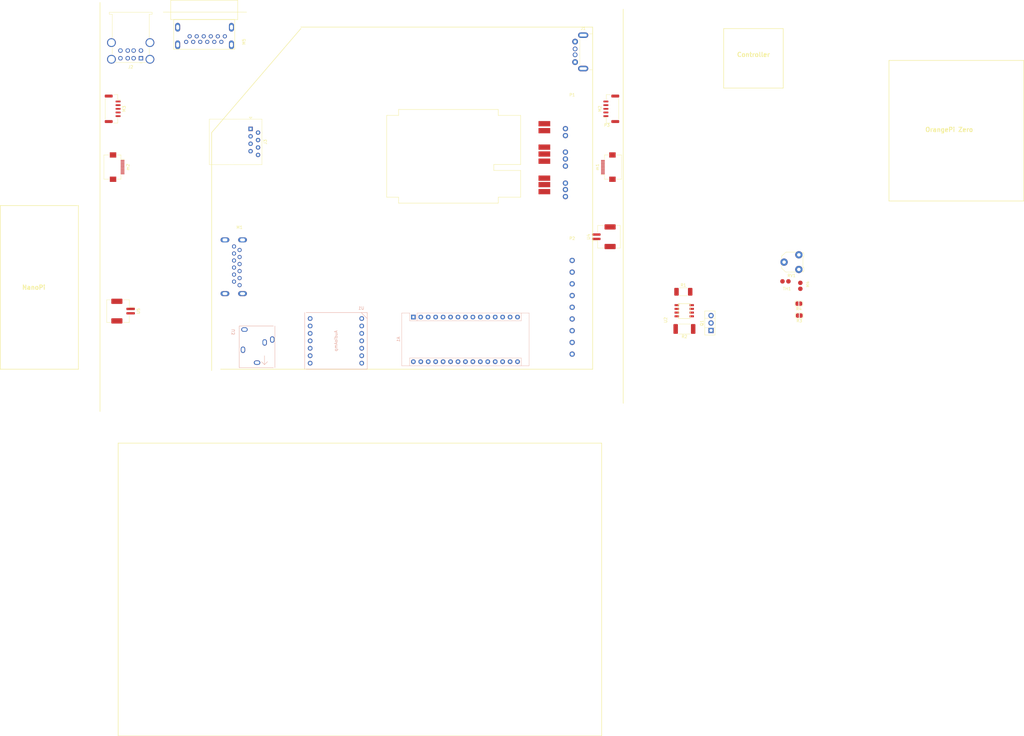
<source format=kicad_pcb>
(kicad_pcb (version 20171130) (host pcbnew "(5.0.1-3-g963ef8bb5)")

  (general
    (thickness 1.6)
    (drawings 26)
    (tracks 0)
    (zones 0)
    (modules 26)
    (nets 167)
  )

  (page A4)
  (layers
    (0 F.Cu signal)
    (31 B.Cu signal)
    (32 B.Adhes user)
    (33 F.Adhes user)
    (34 B.Paste user)
    (35 F.Paste user)
    (36 B.SilkS user)
    (37 F.SilkS user)
    (38 B.Mask user)
    (39 F.Mask user)
    (40 Dwgs.User user)
    (41 Cmts.User user)
    (42 Eco1.User user)
    (43 Eco2.User user)
    (44 Edge.Cuts user)
    (45 Margin user)
    (46 B.CrtYd user)
    (47 F.CrtYd user)
    (48 B.Fab user)
    (49 F.Fab user)
  )

  (setup
    (last_trace_width 0.25)
    (trace_clearance 0.2)
    (zone_clearance 0.508)
    (zone_45_only no)
    (trace_min 0.2)
    (segment_width 0.2)
    (edge_width 0.15)
    (via_size 0.8)
    (via_drill 0.4)
    (via_min_size 0.4)
    (via_min_drill 0.3)
    (uvia_size 0.3)
    (uvia_drill 0.1)
    (uvias_allowed no)
    (uvia_min_size 0.2)
    (uvia_min_drill 0.1)
    (pcb_text_width 0.3)
    (pcb_text_size 1.5 1.5)
    (mod_edge_width 0.15)
    (mod_text_size 1 1)
    (mod_text_width 0.15)
    (pad_size 1.8 1.8)
    (pad_drill 0)
    (pad_to_mask_clearance 0.051)
    (solder_mask_min_width 0.25)
    (aux_axis_origin 0 0)
    (grid_origin 257.554 91.91)
    (visible_elements FFFFFF7F)
    (pcbplotparams
      (layerselection 0x010fc_ffffffff)
      (usegerberextensions false)
      (usegerberattributes false)
      (usegerberadvancedattributes false)
      (creategerberjobfile false)
      (excludeedgelayer true)
      (linewidth 0.100000)
      (plotframeref false)
      (viasonmask false)
      (mode 1)
      (useauxorigin false)
      (hpglpennumber 1)
      (hpglpenspeed 20)
      (hpglpendiameter 15.000000)
      (psnegative false)
      (psa4output false)
      (plotreference true)
      (plotvalue true)
      (plotinvisibletext false)
      (padsonsilk false)
      (subtractmaskfromsilk false)
      (outputformat 1)
      (mirror false)
      (drillshape 1)
      (scaleselection 1)
      (outputdirectory ""))
  )

  (net 0 "")
  (net 1 "Net-(P1-Pad1)")
  (net 2 "Net-(P1-Pad3)")
  (net 3 "Net-(P1-Pad4)")
  (net 4 "Net-(P1-Pad5)")
  (net 5 "Net-(P1-Pad6)")
  (net 6 "Net-(P1-Pad7)")
  (net 7 "Net-(P1-Pad8)")
  (net 8 "Net-(P1-Pad9)")
  (net 9 "Net-(P1-Pad11)")
  (net 10 "Net-(P1-Pad12)")
  (net 11 "Net-(P1-Pad13)")
  (net 12 "Net-(P1-Pad14)")
  (net 13 "Net-(P1-Pad15)")
  (net 14 "Net-(P1-Pad16)")
  (net 15 "Net-(P1-Pad17)")
  (net 16 "Net-(P1-Pad18)")
  (net 17 "Net-(P2-Pad18)")
  (net 18 "Net-(P2-Pad17)")
  (net 19 "Net-(P2-Pad16)")
  (net 20 "Net-(P2-Pad15)")
  (net 21 "Net-(P2-Pad14)")
  (net 22 "Net-(P2-Pad13)")
  (net 23 "Net-(P2-Pad12)")
  (net 24 "Net-(P2-Pad11)")
  (net 25 "Net-(P2-Pad9)")
  (net 26 "Net-(P2-Pad8)")
  (net 27 "Net-(P2-Pad7)")
  (net 28 "Net-(P2-Pad6)")
  (net 29 "Net-(P2-Pad5)")
  (net 30 "Net-(P2-Pad4)")
  (net 31 "Net-(P2-Pad3)")
  (net 32 "Net-(P2-Pad2)")
  (net 33 "Net-(P2-Pad1)")
  (net 34 "Net-(M1-Pad2)")
  (net 35 "Net-(M1-Pad4)")
  (net 36 "Net-(M1-Pad1)")
  (net 37 "Net-(M1-Pad3)")
  (net 38 "Net-(M1-Pad5)")
  (net 39 "Net-(M1-Pad6)")
  (net 40 "Net-(M1-Pad7)")
  (net 41 "Net-(M1-Pad8)")
  (net 42 "Net-(M1-Pad9)")
  (net 43 "Net-(M1-Pad10)")
  (net 44 "Net-(M1-Pad11)")
  (net 45 "Net-(M1-Pad12)")
  (net 46 "Net-(J1-Pad2)")
  (net 47 "Net-(J1-Pad3)")
  (net 48 "Net-(J1-Pad1)")
  (net 49 "Net-(J1-Pad4)")
  (net 50 "Net-(J1-Pad5)")
  (net 51 "Net-(J2-Pad8)")
  (net 52 "Net-(J2-Pad7)")
  (net 53 "Net-(J2-Pad6)")
  (net 54 "Net-(J2-Pad5)")
  (net 55 "Net-(J2-Pad9)")
  (net 56 "Net-(J2-Pad4)")
  (net 57 "Net-(J2-Pad3)")
  (net 58 "Net-(J2-Pad2)")
  (net 59 "Net-(J2-Pad1)")
  (net 60 "Net-(U1-Pad1)")
  (net 61 "Net-(U1-Pad2)")
  (net 62 "Net-(U1-Pad3)")
  (net 63 "Net-(U1-Pad4)")
  (net 64 "Net-(U1-Pad5)")
  (net 65 "Net-(U1-Pad6)")
  (net 66 "Net-(U1-Pad7)")
  (net 67 "Net-(U1-Pad9)")
  (net 68 "Net-(U1-Pad11)")
  (net 69 "Net-(U1-Pad12)")
  (net 70 "Net-(U1-Pad13)")
  (net 71 "Net-(U1-Pad14)")
  (net 72 "Net-(J3-Pad1)")
  (net 73 "Net-(J3-Pad2)")
  (net 74 "Net-(J3-Pad3)")
  (net 75 "Net-(J3-Pad4)")
  (net 76 "Net-(J3-Pad5)")
  (net 77 "Net-(J3-Pad6)")
  (net 78 "Net-(J3-Pad7)")
  (net 79 "Net-(J3-Pad8)")
  (net 80 "Net-(M2-PadMP)")
  (net 81 "Net-(M2-Pad5)")
  (net 82 "Net-(M2-Pad4)")
  (net 83 "Net-(M2-Pad3)")
  (net 84 "Net-(M2-Pad2)")
  (net 85 "Net-(M2-Pad1)")
  (net 86 "Net-(M3-Pad1)")
  (net 87 "Net-(M3-Pad2)")
  (net 88 "Net-(M3-Pad3)")
  (net 89 "Net-(M3-Pad4)")
  (net 90 "Net-(M3-Pad5)")
  (net 91 "Net-(M3-PadMP)")
  (net 92 "Net-(m1-Pad10)")
  (net 93 "Net-(m1-Pad9)")
  (net 94 "Net-(m1-Pad8)")
  (net 95 "Net-(m1-Pad7)")
  (net 96 "Net-(m1-Pad6)")
  (net 97 "Net-(m1-Pad5)")
  (net 98 "Net-(m1-Pad4)")
  (net 99 "Net-(m1-Pad3)")
  (net 100 "Net-(m1-Pad2)")
  (net 101 "Net-(m1-Pad1)")
  (net 102 "Net-(m1-PadMP)")
  (net 103 "Net-(m2-PadMP)")
  (net 104 "Net-(m2-Pad1)")
  (net 105 "Net-(m2-Pad2)")
  (net 106 "Net-(m2-Pad3)")
  (net 107 "Net-(m2-Pad4)")
  (net 108 "Net-(m2-Pad5)")
  (net 109 "Net-(m2-Pad6)")
  (net 110 "Net-(m2-Pad7)")
  (net 111 "Net-(m2-Pad8)")
  (net 112 "Net-(m2-Pad9)")
  (net 113 "Net-(m2-Pad10)")
  (net 114 "Net-(M4-Pad2)")
  (net 115 "Net-(M4-Pad1)")
  (net 116 "Net-(Q1-Pad1)")
  (net 117 "Net-(Q1-Pad2)")
  (net 118 +5V)
  (net 119 "Net-(R1-Pad2)")
  (net 120 "Net-(R2-Pad2)")
  (net 121 GND)
  (net 122 "Net-(RV1-Pad2)")
  (net 123 "Net-(U3-Pad4)")
  (net 124 "Net-(U3-Pad5)")
  (net 125 "Net-(M5-Pad2)")
  (net 126 "Net-(M5-Pad4)")
  (net 127 "Net-(M5-Pad1)")
  (net 128 "Net-(M5-Pad3)")
  (net 129 "Net-(M5-Pad5)")
  (net 130 "Net-(M5-Pad6)")
  (net 131 "Net-(M5-Pad7)")
  (net 132 "Net-(M5-Pad8)")
  (net 133 "Net-(M5-Pad9)")
  (net 134 "Net-(M5-Pad10)")
  (net 135 "Net-(M5-Pad11)")
  (net 136 "Net-(M5-Pad12)")
  (net 137 "Net-(A1-Pad1)")
  (net 138 "Net-(A1-Pad17)")
  (net 139 "Net-(A1-Pad2)")
  (net 140 "Net-(A1-Pad18)")
  (net 141 "Net-(A1-Pad3)")
  (net 142 "Net-(A1-Pad19)")
  (net 143 "Net-(A1-Pad4)")
  (net 144 "Net-(A1-Pad20)")
  (net 145 "Net-(A1-Pad5)")
  (net 146 "Net-(A1-Pad21)")
  (net 147 "Net-(A1-Pad6)")
  (net 148 "Net-(A1-Pad22)")
  (net 149 "Net-(A1-Pad7)")
  (net 150 "Net-(A1-Pad23)")
  (net 151 "Net-(A1-Pad8)")
  (net 152 "Net-(A1-Pad24)")
  (net 153 "Net-(A1-Pad9)")
  (net 154 "Net-(A1-Pad25)")
  (net 155 "Net-(A1-Pad10)")
  (net 156 "Net-(A1-Pad26)")
  (net 157 "Net-(A1-Pad11)")
  (net 158 "Net-(A1-Pad27)")
  (net 159 "Net-(A1-Pad12)")
  (net 160 "Net-(A1-Pad28)")
  (net 161 "Net-(A1-Pad13)")
  (net 162 "Net-(A1-Pad29)")
  (net 163 "Net-(A1-Pad14)")
  (net 164 "Net-(A1-Pad30)")
  (net 165 "Net-(A1-Pad15)")
  (net 166 "Net-(A1-Pad16)")

  (net_class Default "This is the default net class."
    (clearance 0.2)
    (trace_width 0.25)
    (via_dia 0.8)
    (via_drill 0.4)
    (uvia_dia 0.3)
    (uvia_drill 0.1)
    (add_net +5V)
    (add_net GND)
    (add_net "Net-(A1-Pad1)")
    (add_net "Net-(A1-Pad10)")
    (add_net "Net-(A1-Pad11)")
    (add_net "Net-(A1-Pad12)")
    (add_net "Net-(A1-Pad13)")
    (add_net "Net-(A1-Pad14)")
    (add_net "Net-(A1-Pad15)")
    (add_net "Net-(A1-Pad16)")
    (add_net "Net-(A1-Pad17)")
    (add_net "Net-(A1-Pad18)")
    (add_net "Net-(A1-Pad19)")
    (add_net "Net-(A1-Pad2)")
    (add_net "Net-(A1-Pad20)")
    (add_net "Net-(A1-Pad21)")
    (add_net "Net-(A1-Pad22)")
    (add_net "Net-(A1-Pad23)")
    (add_net "Net-(A1-Pad24)")
    (add_net "Net-(A1-Pad25)")
    (add_net "Net-(A1-Pad26)")
    (add_net "Net-(A1-Pad27)")
    (add_net "Net-(A1-Pad28)")
    (add_net "Net-(A1-Pad29)")
    (add_net "Net-(A1-Pad3)")
    (add_net "Net-(A1-Pad30)")
    (add_net "Net-(A1-Pad4)")
    (add_net "Net-(A1-Pad5)")
    (add_net "Net-(A1-Pad6)")
    (add_net "Net-(A1-Pad7)")
    (add_net "Net-(A1-Pad8)")
    (add_net "Net-(A1-Pad9)")
    (add_net "Net-(J1-Pad1)")
    (add_net "Net-(J1-Pad2)")
    (add_net "Net-(J1-Pad3)")
    (add_net "Net-(J1-Pad4)")
    (add_net "Net-(J1-Pad5)")
    (add_net "Net-(J2-Pad1)")
    (add_net "Net-(J2-Pad2)")
    (add_net "Net-(J2-Pad3)")
    (add_net "Net-(J2-Pad4)")
    (add_net "Net-(J2-Pad5)")
    (add_net "Net-(J2-Pad6)")
    (add_net "Net-(J2-Pad7)")
    (add_net "Net-(J2-Pad8)")
    (add_net "Net-(J2-Pad9)")
    (add_net "Net-(J3-Pad1)")
    (add_net "Net-(J3-Pad2)")
    (add_net "Net-(J3-Pad3)")
    (add_net "Net-(J3-Pad4)")
    (add_net "Net-(J3-Pad5)")
    (add_net "Net-(J3-Pad6)")
    (add_net "Net-(J3-Pad7)")
    (add_net "Net-(J3-Pad8)")
    (add_net "Net-(M1-Pad1)")
    (add_net "Net-(M1-Pad10)")
    (add_net "Net-(M1-Pad11)")
    (add_net "Net-(M1-Pad12)")
    (add_net "Net-(M1-Pad2)")
    (add_net "Net-(M1-Pad3)")
    (add_net "Net-(M1-Pad4)")
    (add_net "Net-(M1-Pad5)")
    (add_net "Net-(M1-Pad6)")
    (add_net "Net-(M1-Pad7)")
    (add_net "Net-(M1-Pad8)")
    (add_net "Net-(M1-Pad9)")
    (add_net "Net-(M2-Pad1)")
    (add_net "Net-(M2-Pad2)")
    (add_net "Net-(M2-Pad3)")
    (add_net "Net-(M2-Pad4)")
    (add_net "Net-(M2-Pad5)")
    (add_net "Net-(M2-PadMP)")
    (add_net "Net-(M3-Pad1)")
    (add_net "Net-(M3-Pad2)")
    (add_net "Net-(M3-Pad3)")
    (add_net "Net-(M3-Pad4)")
    (add_net "Net-(M3-Pad5)")
    (add_net "Net-(M3-PadMP)")
    (add_net "Net-(M4-Pad1)")
    (add_net "Net-(M4-Pad2)")
    (add_net "Net-(M5-Pad1)")
    (add_net "Net-(M5-Pad10)")
    (add_net "Net-(M5-Pad11)")
    (add_net "Net-(M5-Pad12)")
    (add_net "Net-(M5-Pad2)")
    (add_net "Net-(M5-Pad3)")
    (add_net "Net-(M5-Pad4)")
    (add_net "Net-(M5-Pad5)")
    (add_net "Net-(M5-Pad6)")
    (add_net "Net-(M5-Pad7)")
    (add_net "Net-(M5-Pad8)")
    (add_net "Net-(M5-Pad9)")
    (add_net "Net-(P1-Pad1)")
    (add_net "Net-(P1-Pad11)")
    (add_net "Net-(P1-Pad12)")
    (add_net "Net-(P1-Pad13)")
    (add_net "Net-(P1-Pad14)")
    (add_net "Net-(P1-Pad15)")
    (add_net "Net-(P1-Pad16)")
    (add_net "Net-(P1-Pad17)")
    (add_net "Net-(P1-Pad18)")
    (add_net "Net-(P1-Pad3)")
    (add_net "Net-(P1-Pad4)")
    (add_net "Net-(P1-Pad5)")
    (add_net "Net-(P1-Pad6)")
    (add_net "Net-(P1-Pad7)")
    (add_net "Net-(P1-Pad8)")
    (add_net "Net-(P1-Pad9)")
    (add_net "Net-(P2-Pad1)")
    (add_net "Net-(P2-Pad11)")
    (add_net "Net-(P2-Pad12)")
    (add_net "Net-(P2-Pad13)")
    (add_net "Net-(P2-Pad14)")
    (add_net "Net-(P2-Pad15)")
    (add_net "Net-(P2-Pad16)")
    (add_net "Net-(P2-Pad17)")
    (add_net "Net-(P2-Pad18)")
    (add_net "Net-(P2-Pad2)")
    (add_net "Net-(P2-Pad3)")
    (add_net "Net-(P2-Pad4)")
    (add_net "Net-(P2-Pad5)")
    (add_net "Net-(P2-Pad6)")
    (add_net "Net-(P2-Pad7)")
    (add_net "Net-(P2-Pad8)")
    (add_net "Net-(P2-Pad9)")
    (add_net "Net-(Q1-Pad1)")
    (add_net "Net-(Q1-Pad2)")
    (add_net "Net-(R1-Pad2)")
    (add_net "Net-(R2-Pad2)")
    (add_net "Net-(RV1-Pad2)")
    (add_net "Net-(U1-Pad1)")
    (add_net "Net-(U1-Pad11)")
    (add_net "Net-(U1-Pad12)")
    (add_net "Net-(U1-Pad13)")
    (add_net "Net-(U1-Pad14)")
    (add_net "Net-(U1-Pad2)")
    (add_net "Net-(U1-Pad3)")
    (add_net "Net-(U1-Pad4)")
    (add_net "Net-(U1-Pad5)")
    (add_net "Net-(U1-Pad6)")
    (add_net "Net-(U1-Pad7)")
    (add_net "Net-(U1-Pad9)")
    (add_net "Net-(U3-Pad4)")
    (add_net "Net-(U3-Pad5)")
    (add_net "Net-(m1-Pad1)")
    (add_net "Net-(m1-Pad10)")
    (add_net "Net-(m1-Pad2)")
    (add_net "Net-(m1-Pad3)")
    (add_net "Net-(m1-Pad4)")
    (add_net "Net-(m1-Pad5)")
    (add_net "Net-(m1-Pad6)")
    (add_net "Net-(m1-Pad7)")
    (add_net "Net-(m1-Pad8)")
    (add_net "Net-(m1-Pad9)")
    (add_net "Net-(m1-PadMP)")
    (add_net "Net-(m2-Pad1)")
    (add_net "Net-(m2-Pad10)")
    (add_net "Net-(m2-Pad2)")
    (add_net "Net-(m2-Pad3)")
    (add_net "Net-(m2-Pad4)")
    (add_net "Net-(m2-Pad5)")
    (add_net "Net-(m2-Pad6)")
    (add_net "Net-(m2-Pad7)")
    (add_net "Net-(m2-Pad8)")
    (add_net "Net-(m2-Pad9)")
    (add_net "Net-(m2-PadMP)")
  )

  (module PS2BaseMount:PS2_MemCardMountPoints (layer F.Cu) (tedit 5CB2F748) (tstamp 5CBEB6C4)
    (at 190.498 53.3)
    (path /5CB32299)
    (fp_text reference P3 (at 21.336 0.508) (layer F.SilkS)
      (effects (font (size 1 1) (thickness 0.15)))
    )
    (fp_text value PS2_MemCardMount (at 35.052 12.192) (layer F.Fab)
      (effects (font (size 1 1) (thickness 0.15)))
    )
    (fp_line (start -8.09009 15.971825) (end -8.09009 25.115825) (layer F.SilkS) (width 0.15))
    (fp_line (start -8.09009 13.939825) (end -8.09009 -2.824175) (layer F.SilkS) (width 0.15))
    (fp_line (start -17.23409 15.971825) (end -8.09009 15.971825) (layer F.SilkS) (width 0.15))
    (fp_line (start -17.23409 13.939825) (end -17.23409 15.971825) (layer F.SilkS) (width 0.15))
    (fp_line (start -8.09009 13.939825) (end -17.23409 13.939825) (layer F.SilkS) (width 0.15))
    (fp_line (start -15.71009 -2.824175) (end -8.09009 -2.824175) (layer F.SilkS) (width 0.15))
    (fp_line (start -15.71009 -4.856175) (end -15.71009 -2.824175) (layer F.SilkS) (width 0.15))
    (fp_line (start -49.74609 -4.856175) (end -15.71009 -4.856175) (layer F.SilkS) (width 0.15))
    (fp_line (start -49.74609 -2.824175) (end -49.74609 -4.856175) (layer F.SilkS) (width 0.15))
    (fp_line (start -53.81009 -2.824175) (end -49.74609 -2.824175) (layer F.SilkS) (width 0.15))
    (fp_line (start -53.81009 25.115825) (end -53.81009 -2.824175) (layer F.SilkS) (width 0.15))
    (fp_line (start -49.74609 25.115825) (end -53.81009 25.115825) (layer F.SilkS) (width 0.15))
    (fp_line (start -49.74609 27.147825) (end -49.74609 25.115825) (layer F.SilkS) (width 0.15))
    (fp_line (start -15.71009 27.147825) (end -49.74609 27.147825) (layer F.SilkS) (width 0.15))
    (fp_line (start -15.71009 25.115825) (end -15.71009 27.147825) (layer F.SilkS) (width 0.15))
    (fp_line (start -8.09009 25.115825) (end -15.71009 25.115825) (layer F.SilkS) (width 0.15))
    (pad 8 smd rect (at 0.0114 23.2122) (size 4 1.8) (layers F.Cu F.Paste F.Mask)
      (net 16 "Net-(P1-Pad18)"))
    (pad 7 smd rect (at 0.0114 20.8122) (size 4 1.8) (layers F.Cu F.Paste F.Mask)
      (net 15 "Net-(P1-Pad17)"))
    (pad 6 smd rect (at 0.0114 18.6122) (size 4 1.8) (layers F.Cu F.Paste F.Mask)
      (net 14 "Net-(P1-Pad16)"))
    (pad 5 smd rect (at 0.0114 12.8122) (size 4 1.8) (layers F.Cu F.Paste F.Mask)
      (net 13 "Net-(P1-Pad15)"))
    (pad 4 smd rect (at 0.0114 10.3622) (size 4 1.8) (layers F.Cu F.Paste F.Mask)
      (net 12 "Net-(P1-Pad14)"))
    (pad 3 smd rect (at 0.0114 8.0122) (size 4 1.8) (layers F.Cu F.Paste F.Mask)
      (net 11 "Net-(P1-Pad13)"))
    (pad 2 smd rect (at 0.0114 2.3822) (size 4 1.8) (layers F.Cu F.Paste F.Mask)
      (net 10 "Net-(P1-Pad12)"))
    (pad 1 smd rect (at 0.0114 0.0122) (size 4 1.8) (layers F.Cu F.Paste F.Mask)
      (net 9 "Net-(P1-Pad11)"))
  )

  (module PS2BaseMount:AudioJack_PJ30240 (layer B.Cu) (tedit 5C909F4A) (tstamp 5C99F9A5)
    (at 92.454 136.614 90)
    (path /5C8DA656)
    (fp_text reference U3 (at 12.192 -8.128 90) (layer B.SilkS)
      (effects (font (size 1 1) (thickness 0.15)) (justify mirror))
    )
    (fp_text value PJ30240 (at 7.62 7.112 90) (layer B.Fab)
      (effects (font (size 1 1) (thickness 0.15)) (justify mirror))
    )
    (fp_line (start 1.016 2.54) (end 2.032 1.524) (layer B.SilkS) (width 0.15))
    (fp_line (start 2.032 3.556) (end 1.016 2.54) (layer B.SilkS) (width 0.15))
    (fp_line (start 1.016 2.54) (end 4.064 2.54) (layer B.SilkS) (width 0.15))
    (fp_line (start 0 -6.096) (end 0 5.588) (layer B.SilkS) (width 0.15))
    (fp_line (start 14.224 -6.096) (end 0 -6.096) (layer B.SilkS) (width 0.15))
    (fp_line (start 14.224 5.588) (end 14.224 -6.096) (layer B.SilkS) (width 0.15))
    (fp_line (start 0 6.096) (end 14.224 6.096) (layer B.SilkS) (width 0.15))
    (pad 5 thru_hole oval (at 8.6 2.6 90) (size 2.2 1.5) (drill oval 1.5 0.9) (layers *.Cu *.Mask)
      (net 124 "Net-(U3-Pad5)"))
    (pad 4 thru_hole oval (at 13 -4.3 90) (size 1.5 2.2) (drill oval 0.9 1.5) (layers *.Cu *.Mask)
      (net 123 "Net-(U3-Pad4)"))
    (pad 3 thru_hole oval (at 9.6 5.2 90) (size 2.2 1.5) (drill oval 1.5 0.9) (layers *.Cu *.Mask)
      (net 66 "Net-(U1-Pad7)"))
    (pad 2 thru_hole oval (at 6.1 -4.8 90) (size 2.2 1.5) (drill oval 1.5 0.9) (layers *.Cu *.Mask)
      (net 64 "Net-(U1-Pad5)"))
    (pad 1 thru_hole oval (at 1.7 0 90) (size 1.5 2.2) (drill oval 0.9 1.5) (layers *.Cu *.Mask)
      (net 121 GND))
  )

  (module PS2BaseMount:USB_A_Custom_Throughhole (layer F.Cu) (tedit 5C786A79) (tstamp 5C7869CD)
    (at 201 25.27)
    (descr http://cnctech.us/pdfs/1001-011-01101.pdf)
    (tags USB-A)
    (path /5C465998)
    (attr smd)
    (fp_text reference J1 (at 2.752 -4.4948) (layer F.SilkS)
      (effects (font (size 1 1) (thickness 0.15)))
    )
    (fp_text value USB_B (at 9.652 11.5052 180) (layer F.Fab)
      (effects (font (size 1 1) (thickness 0.15)))
    )
    (fp_line (start -1.748 8.0552) (end 0.502 8.0552) (layer F.CrtYd) (width 0.05))
    (fp_line (start 0.502 8.0552) (end 0.502 10.6552) (layer F.CrtYd) (width 0.05))
    (fp_line (start 0.502 10.6552) (end 5.002 10.6552) (layer F.CrtYd) (width 0.05))
    (fp_line (start 5.002 10.6552) (end 5.002 10.0252) (layer F.CrtYd) (width 0.05))
    (fp_line (start 5.002 10.0252) (end 6.096 10.16) (layer F.CrtYd) (width 0.05))
    (fp_text user %R (at 3.652 3.5052 90) (layer F.Fab)
      (effects (font (size 1 1) (thickness 0.15)))
    )
    (fp_line (start 6.096 10.16) (end 6.096 -3.0148) (layer F.CrtYd) (width 0.05))
    (fp_line (start 5.002 -3.0148) (end 6.096 -3.048) (layer F.CrtYd) (width 0.05))
    (fp_line (start 5.002 -3.0148) (end 5.002 -3.6448) (layer F.CrtYd) (width 0.05))
    (fp_line (start 0.502 -3.6448) (end 5.002 -3.6448) (layer F.CrtYd) (width 0.05))
    (fp_line (start 0.502 -3.6448) (end 0.502 -1.0448) (layer F.CrtYd) (width 0.05))
    (fp_line (start -1.748 -1.0448) (end 0.502 -1.0448) (layer F.CrtYd) (width 0.05))
    (fp_line (start -1.748 8.0552) (end -1.748 -1.0448) (layer F.CrtYd) (width 0.05))
    (fp_line (start 4.802 9.6502) (end 5.852 9.6502) (layer F.SilkS) (width 0.12))
    (fp_line (start 4.802 -2.6398) (end 5.852 -2.6398) (layer F.SilkS) (width 0.12))
    (fp_text user "PCB Edge" (at 5.102 3.4552 90) (layer Dwgs.User)
      (effects (font (size 0.6 0.6) (thickness 0.09)))
    )
    (fp_line (start 5.852 9.5302) (end 5.852 -2.5198) (layer Dwgs.User) (width 0.1))
    (fp_line (start 1.632 -0.8948) (end 1.632 7.9052) (layer F.SilkS) (width 0.12))
    (fp_circle (center 2.752 5.8052) (end 2.752 6.3052) (layer F.Fab) (width 0.1))
    (fp_circle (center 2.752 1.2052) (end 2.752 0.7052) (layer F.Fab) (width 0.1))
    (fp_line (start -0.748 0.2552) (end 1.752 0.2552) (layer F.Fab) (width 0.1))
    (fp_line (start -0.748 0.2552) (end -0.748 -0.2448) (layer F.Fab) (width 0.1))
    (fp_line (start -0.748 -0.2448) (end 1.752 -0.2448) (layer F.Fab) (width 0.1))
    (fp_line (start -0.748 2.2552) (end 1.752 2.2552) (layer F.Fab) (width 0.1))
    (fp_line (start -0.748 2.7552) (end 1.752 2.7552) (layer F.Fab) (width 0.1))
    (fp_line (start -0.748 2.7552) (end -0.748 2.2552) (layer F.Fab) (width 0.1))
    (fp_line (start -0.748 4.7552) (end 1.752 4.7552) (layer F.Fab) (width 0.1))
    (fp_line (start -0.748 4.7552) (end -0.748 4.2552) (layer F.Fab) (width 0.1))
    (fp_line (start -0.748 4.2552) (end 1.752 4.2552) (layer F.Fab) (width 0.1))
    (fp_line (start -0.748 7.2552) (end 1.752 7.2552) (layer F.Fab) (width 0.1))
    (fp_line (start -0.748 6.7552) (end 1.752 6.7552) (layer F.Fab) (width 0.1))
    (fp_line (start -0.748 7.2552) (end -0.748 6.7552) (layer F.Fab) (width 0.1))
    (fp_line (start 1.752 9.5302) (end 1.752 -2.5198) (layer F.Fab) (width 0.1))
    (pad "" np_thru_hole circle (at 2.752 5.8052) (size 1.1 1.1) (drill 1.1) (layers *.Cu *.Mask))
    (pad "" np_thru_hole circle (at 2.752 1.2052) (size 1.1 1.1) (drill 1.1) (layers *.Cu *.Mask))
    (pad 5 thru_hole oval (at 2.752 9.2052) (size 3.5 1.9) (drill oval 2.5 0.9) (layers *.Cu *.Mask)
      (net 50 "Net-(J1-Pad5)"))
    (pad 5 thru_hole oval (at 2.752 -2.1948) (size 3.5 1.9) (drill oval 2.5 0.9) (layers *.Cu *.Mask)
      (net 50 "Net-(J1-Pad5)"))
    (pad 4 thru_hole circle (at 0.002 7.0052) (size 2 2) (drill 1) (layers *.Cu *.Mask)
      (net 49 "Net-(J1-Pad4)"))
    (pad 1 thru_hole circle (at 0.002 0.0052) (size 2 2) (drill 1) (layers *.Cu *.Mask)
      (net 48 "Net-(J1-Pad1)"))
    (pad 3 thru_hole circle (at 0.002 4.5052) (size 1.6 1.6) (drill 1) (layers *.Cu *.Mask)
      (net 47 "Net-(J1-Pad3)"))
    (pad 2 thru_hole circle (at 0.002 2.5052) (size 1.6 1.6) (drill 1) (layers *.Cu *.Mask)
      (net 46 "Net-(J1-Pad2)"))
    (model ${KISYS3DMOD}/Connector_USB.3dshapes/USB_A_CNCTech_1001-011-01101_Horizontal.wrl
      (at (xyz 0 0 0))
      (scale (xyz 1 1 1))
      (rotate (xyz 0 0 0))
    )
  )

  (module PS2BaseMount:PS2_AVPort_Complete (layer F.Cu) (tedit 5C6F7DC3) (tstamp 5C85F845)
    (at 86.5 96.44)
    (path /5C456998)
    (fp_text reference M1 (at -0.0508 -7.7216) (layer F.SilkS)
      (effects (font (size 1 1) (thickness 0.15)))
    )
    (fp_text value PS2AVPort (at -0.0254 18.4912) (layer F.Fab)
      (effects (font (size 1 1) (thickness 0.15)))
    )
    (pad 1 thru_hole oval (at -5 14.9) (size 3 1.7) (drill oval 1.7 1) (layers *.Cu *.Mask)
      (net 36 "Net-(M1-Pad1)"))
    (pad 1 thru_hole oval (at -5 -3.45) (size 3 1.7) (drill oval 1.7 1) (layers *.Cu *.Mask)
      (net 36 "Net-(M1-Pad1)"))
    (pad 1 thru_hole oval (at 1 -3.45) (size 3 1.7) (drill oval 1.7 1) (layers *.Cu *.Mask)
      (net 36 "Net-(M1-Pad1)"))
    (pad 1 thru_hole oval (at 1 14.9) (size 3 1.7) (drill oval 1.7 1) (layers *.Cu *.Mask)
      (net 36 "Net-(M1-Pad1)"))
    (pad 12 thru_hole circle (at 0 12) (size 1.4 1.4) (drill 0.8) (layers *.Cu *.Mask)
      (net 45 "Net-(M1-Pad12)"))
    (pad 11 thru_hole circle (at -1.9 10.8) (size 1.4 1.4) (drill 0.8) (layers *.Cu *.Mask)
      (net 44 "Net-(M1-Pad11)"))
    (pad 10 thru_hole circle (at 0 9.6) (size 1.4 1.4) (drill 0.8) (layers *.Cu *.Mask)
      (net 43 "Net-(M1-Pad10)"))
    (pad 9 thru_hole circle (at -1.9 8.4) (size 1.4 1.4) (drill 0.8) (layers *.Cu *.Mask)
      (net 42 "Net-(M1-Pad9)"))
    (pad 8 thru_hole circle (at 0 7.2) (size 1.4 1.4) (drill 0.8) (layers *.Cu *.Mask)
      (net 41 "Net-(M1-Pad8)"))
    (pad 7 thru_hole circle (at -1.9 6) (size 1.4 1.4) (drill 0.8) (layers *.Cu *.Mask)
      (net 40 "Net-(M1-Pad7)"))
    (pad 6 thru_hole circle (at 0 4.8) (size 1.4 1.4) (drill 0.8) (layers *.Cu *.Mask)
      (net 39 "Net-(M1-Pad6)"))
    (pad 5 thru_hole circle (at -1.9 3.6) (size 1.4 1.4) (drill 0.8) (layers *.Cu *.Mask)
      (net 38 "Net-(M1-Pad5)"))
    (pad 3 thru_hole circle (at -1.9 1.2) (size 1.4 1.4) (drill 0.8) (layers *.Cu *.Mask)
      (net 37 "Net-(M1-Pad3)"))
    (pad 1 thru_hole circle (at -1.9 -1.2) (size 1.4 1.4) (drill 0.8) (layers *.Cu *.Mask)
      (net 36 "Net-(M1-Pad1)"))
    (pad 4 thru_hole circle (at 0 2.4) (size 1.4 1.4) (drill 0.8) (layers *.Cu *.Mask)
      (net 35 "Net-(M1-Pad4)"))
    (pad 2 thru_hole circle (at 0 0) (size 1.4 1.4) (drill 0.8) (layers *.Cu *.Mask)
      (net 34 "Net-(M1-Pad2)"))
  )

  (module PS2BaseMount:PS2_BoardMountFootprint (layer F.Cu) (tedit 5CB2D656) (tstamp 5C51AF21)
    (at 200 51)
    (path /5C454D65)
    (fp_text reference P1 (at 0 -7.5184) (layer F.SilkS)
      (effects (font (size 1 1) (thickness 0.15)))
    )
    (fp_text value PS2_ControlMount (at -0.0508 39.6748) (layer F.Fab)
      (effects (font (size 1 1) (thickness 0.15)))
    )
    (pad 1 connect circle (at 0 0) (size 1.8 1.8) (layers Dwgs.User)
      (net 1 "Net-(P1-Pad1)"))
    (pad s connect circle (at 0 4) (size 1.8 1.8) (layers Dwgs.User))
    (pad 3 connect circle (at 0 8) (size 1.8 1.8) (layers Dwgs.User)
      (net 2 "Net-(P1-Pad3)"))
    (pad 4 connect circle (at 0 12) (size 1.8 1.8) (layers Dwgs.User)
      (net 3 "Net-(P1-Pad4)"))
    (pad 5 connect circle (at 0 16) (size 1.8 1.8) (layers Dwgs.User)
      (net 4 "Net-(P1-Pad5)"))
    (pad 6 connect circle (at 0 20) (size 1.8 1.8) (layers Dwgs.User)
      (net 5 "Net-(P1-Pad6)"))
    (pad 7 connect circle (at 0 24) (size 1.8 1.8) (layers Dwgs.User)
      (net 6 "Net-(P1-Pad7)"))
    (pad 8 connect circle (at 0 28) (size 1.8 1.8) (layers Dwgs.User)
      (net 7 "Net-(P1-Pad8)"))
    (pad 9 smd circle (at 0 32) (size 1.8 1.8) (layers Dwgs.User)
      (net 8 "Net-(P1-Pad9)"))
    (pad 11 thru_hole circle (at -2.3 4) (size 1.8 1.8) (drill 1) (layers *.Cu *.Mask)
      (net 9 "Net-(P1-Pad11)"))
    (pad 12 thru_hole circle (at -2.3 6.37) (size 1.8 1.8) (drill 1) (layers *.Cu *.Mask)
      (net 10 "Net-(P1-Pad12)"))
    (pad 13 thru_hole circle (at -2.3 12) (size 1.8 1.8) (drill 1) (layers *.Cu *.Mask)
      (net 11 "Net-(P1-Pad13)"))
    (pad 14 thru_hole circle (at -2.3 14.35) (size 1.8 1.8) (drill 1) (layers *.Cu *.Mask)
      (net 12 "Net-(P1-Pad14)"))
    (pad 15 thru_hole circle (at -2.3 16.8) (size 1.8 1.8) (drill 1) (layers *.Cu *.Mask)
      (net 13 "Net-(P1-Pad15)"))
    (pad 16 thru_hole circle (at -2.3 22.6) (size 1.8 1.8) (drill 1) (layers *.Cu *.Mask)
      (net 14 "Net-(P1-Pad16)"))
    (pad 17 thru_hole circle (at -2.3 24.8) (size 1.8 1.8) (drill 1) (layers *.Cu *.Mask)
      (net 15 "Net-(P1-Pad17)"))
    (pad 18 thru_hole circle (at -2.3 27.2) (size 1.8 1.8) (drill 1) (layers *.Cu *.Mask)
      (net 16 "Net-(P1-Pad18)"))
  )

  (module PS2BaseMount:PS2_BoardMountFootprint (layer F.Cu) (tedit 5CB2D6BF) (tstamp 5C51AF36)
    (at 200 100)
    (path /5C454CB4)
    (fp_text reference P2 (at 0 -7.5184) (layer F.SilkS)
      (effects (font (size 1 1) (thickness 0.15)))
    )
    (fp_text value PS2_ControlMount (at -0.0508 39.6748) (layer F.Fab)
      (effects (font (size 1 1) (thickness 0.15)))
    )
    (pad 18 connect circle (at -2.3 27.2) (size 1.8 1.8) (layers Dwgs.User)
      (net 17 "Net-(P2-Pad18)"))
    (pad 17 connect circle (at -2.3 24.8) (size 1.8 1.8) (layers Dwgs.User)
      (net 18 "Net-(P2-Pad17)"))
    (pad 16 connect circle (at -2.3 22.6) (size 1.8 1.8) (layers Dwgs.User)
      (net 19 "Net-(P2-Pad16)"))
    (pad 15 connect circle (at -2.3 16.8) (size 1.8 1.8) (layers Dwgs.User)
      (net 20 "Net-(P2-Pad15)"))
    (pad 14 connect circle (at -2.3 14.35) (size 1.8 1.8) (layers Dwgs.User)
      (net 21 "Net-(P2-Pad14)"))
    (pad 13 connect circle (at -2.3 12) (size 1.8 1.8) (layers Dwgs.User)
      (net 22 "Net-(P2-Pad13)"))
    (pad 12 connect circle (at -2.3 6.37) (size 1.8 1.8) (layers Dwgs.User)
      (net 23 "Net-(P2-Pad12)"))
    (pad 11 connect circle (at -2.3 4) (size 1.8 1.8) (layers Dwgs.User)
      (net 24 "Net-(P2-Pad11)"))
    (pad 9 thru_hole circle (at 0 32) (size 1.8 1.8) (drill 1) (layers *.Cu *.Mask)
      (net 25 "Net-(P2-Pad9)"))
    (pad 8 thru_hole circle (at 0 28) (size 1.8 1.8) (drill 1) (layers *.Cu *.Mask)
      (net 26 "Net-(P2-Pad8)"))
    (pad 7 thru_hole circle (at 0 24) (size 1.8 1.8) (drill 1) (layers *.Cu *.Mask)
      (net 27 "Net-(P2-Pad7)"))
    (pad 6 thru_hole circle (at 0 20) (size 1.8 1.8) (drill 1) (layers *.Cu *.Mask)
      (net 28 "Net-(P2-Pad6)"))
    (pad 5 thru_hole circle (at 0 16) (size 1.8 1.8) (drill 1) (layers *.Cu *.Mask)
      (net 29 "Net-(P2-Pad5)"))
    (pad 4 thru_hole circle (at 0 12) (size 1.8 1.8) (drill 1) (layers *.Cu *.Mask)
      (net 30 "Net-(P2-Pad4)"))
    (pad 3 thru_hole circle (at 0 8) (size 1.8 1.8) (drill 1) (layers *.Cu *.Mask)
      (net 31 "Net-(P2-Pad3)"))
    (pad 2 thru_hole circle (at 0 4) (size 1.8 1.8) (drill 1) (layers *.Cu *.Mask)
      (net 32 "Net-(P2-Pad2)"))
    (pad 1 thru_hole circle (at 0 0) (size 1.8 1.8) (drill 1) (layers *.Cu *.Mask)
      (net 33 "Net-(P2-Pad1)"))
  )

  (module Connector_USB:USB_A_Wuerth_61400826021_Horizontal_Stacked (layer F.Cu) (tedit 5A8FF699) (tstamp 5C5847B2)
    (at 52.83 30.95 180)
    (descr "Stacked USB A connector http://katalog.we-online.de/em/datasheet/61400826021.pdf")
    (tags "Wuerth stacked USB_A")
    (path /5C4CC1E6)
    (fp_text reference J2 (at 3.5 -3 180) (layer F.SilkS)
      (effects (font (size 1 1) (thickness 0.15)))
    )
    (fp_text value USB_A_Dual (at 3.5 17 180) (layer F.Fab)
      (effects (font (size 1 1) (thickness 0.15)))
    )
    (fp_line (start 12.07 6.17) (end 10.91 7.33) (layer F.CrtYd) (width 0.05))
    (fp_line (start 9.26 -2.35) (end 8.8 -1.89) (layer F.CrtYd) (width 0.05))
    (fp_line (start 10.91 -2.35) (end 9.26 -2.35) (layer F.CrtYd) (width 0.05))
    (fp_line (start 11.25 14.61) (end 11.25 16.11) (layer F.CrtYd) (width 0.05))
    (fp_line (start 10.26 14.61) (end 11.25 14.61) (layer F.CrtYd) (width 0.05))
    (fp_line (start 0.4 -1.6) (end -0.4 -1.6) (layer F.SilkS) (width 0.12))
    (fp_text user %R (at 3.5 7 180) (layer F.Fab)
      (effects (font (size 1 1) (thickness 0.15)))
    )
    (fp_line (start 0 -1.1) (end -0.3 -1.38) (layer F.Fab) (width 0.12))
    (fp_line (start 0 -1.1) (end 0.3 -1.38) (layer F.Fab) (width 0.12))
    (fp_line (start -1.69 -1.45) (end 8.69 -1.45) (layer F.SilkS) (width 0.12))
    (fp_line (start -2.81 15.05) (end -2.81 7.08) (layer F.SilkS) (width 0.12))
    (fp_line (start -3.81 15.05) (end -2.81 15.05) (layer F.SilkS) (width 0.12))
    (fp_line (start -3.81 15.67) (end -3.81 15.05) (layer F.SilkS) (width 0.12))
    (fp_line (start 10.81 15.67) (end -3.81 15.67) (layer F.SilkS) (width 0.12))
    (fp_line (start 10.81 15.05) (end 10.81 15.67) (layer F.SilkS) (width 0.12))
    (fp_line (start 9.81 15.05) (end 10.81 15.05) (layer F.SilkS) (width 0.12))
    (fp_line (start 9.81 7.08) (end 9.81 15.05) (layer F.SilkS) (width 0.12))
    (fp_line (start 10.75 15.11) (end 10.75 15.61) (layer F.Fab) (width 0.1))
    (fp_line (start 9.75 15.11) (end 10.75 15.11) (layer F.Fab) (width 0.1))
    (fp_line (start -3.75 15.11) (end -3.75 15.61) (layer F.Fab) (width 0.1))
    (fp_line (start -2.75 15.11) (end -3.75 15.11) (layer F.Fab) (width 0.1))
    (fp_line (start 9.75 -1.39) (end -2.75 -1.39) (layer F.Fab) (width 0.1))
    (fp_line (start -2.75 -1.39) (end -2.75 15.11) (layer F.Fab) (width 0.1))
    (fp_line (start 10.75 15.61) (end -3.75 15.61) (layer F.Fab) (width 0.1))
    (fp_line (start -4.25 16.11) (end 11.25 16.11) (layer F.CrtYd) (width 0.05))
    (fp_line (start 9.75 -1.39) (end 9.75 15.11) (layer F.Fab) (width 0.1))
    (fp_line (start -2.81 3.58) (end -2.81 1.4) (layer F.SilkS) (width 0.12))
    (fp_line (start 9.81 3.58) (end 9.81 1.4) (layer F.SilkS) (width 0.12))
    (fp_line (start 10.26 7.33) (end 10.26 14.61) (layer F.CrtYd) (width 0.05))
    (fp_line (start 8.8 -1.89) (end -1.8 -1.89) (layer F.CrtYd) (width 0.05))
    (fp_line (start 10.26 1.74) (end 10.26 3.33) (layer F.CrtYd) (width 0.05))
    (fp_line (start -3.26 1.74) (end -3.26 3.33) (layer F.CrtYd) (width 0.05))
    (fp_line (start -3.26 7.33) (end -3.26 14.61) (layer F.CrtYd) (width 0.05))
    (fp_line (start -3.26 14.61) (end -4.25 14.61) (layer F.CrtYd) (width 0.05))
    (fp_line (start -4.25 14.61) (end -4.25 16.11) (layer F.CrtYd) (width 0.05))
    (fp_line (start 12.07 4.49) (end 12.07 6.17) (layer F.CrtYd) (width 0.05))
    (fp_line (start 10.26 3.33) (end 10.91 3.33) (layer F.CrtYd) (width 0.05))
    (fp_line (start 10.26 1.74) (end 10.82 1.74) (layer F.CrtYd) (width 0.05))
    (fp_line (start 12.07 -1.19) (end 12.07 0.49) (layer F.CrtYd) (width 0.05))
    (fp_line (start 10.26 7.33) (end 10.91 7.33) (layer F.CrtYd) (width 0.05))
    (fp_line (start 10.91 3.33) (end 12.07 4.49) (layer F.CrtYd) (width 0.05))
    (fp_line (start -3.91 3.33) (end -3.26 3.33) (layer F.CrtYd) (width 0.05))
    (fp_line (start -3.91 3.33) (end -5.07 4.49) (layer F.CrtYd) (width 0.05))
    (fp_line (start -5.07 4.49) (end -5.07 6.17) (layer F.CrtYd) (width 0.05))
    (fp_line (start -5.07 6.17) (end -3.91 7.33) (layer F.CrtYd) (width 0.05))
    (fp_line (start -3.26 7.33) (end -3.91 7.33) (layer F.CrtYd) (width 0.05))
    (fp_line (start 12.07 0.49) (end 10.82 1.74) (layer F.CrtYd) (width 0.05))
    (fp_line (start 10.91 -2.35) (end 12.07 -1.19) (layer F.CrtYd) (width 0.05))
    (fp_line (start -2.26 -2.35) (end -1.8 -1.89) (layer F.CrtYd) (width 0.05))
    (fp_line (start -2.26 -2.35) (end -3.91 -2.35) (layer F.CrtYd) (width 0.05))
    (fp_line (start -3.91 -2.35) (end -5.07 -1.19) (layer F.CrtYd) (width 0.05))
    (fp_line (start -5.07 -1.19) (end -5.07 0.49) (layer F.CrtYd) (width 0.05))
    (fp_line (start -5.07 0.49) (end -3.82 1.74) (layer F.CrtYd) (width 0.05))
    (fp_line (start -3.82 1.74) (end -3.26 1.74) (layer F.CrtYd) (width 0.05))
    (pad 8 thru_hole circle (at 7 2.62 180) (size 1.5 1.5) (drill 0.92) (layers *.Cu *.Mask)
      (net 51 "Net-(J2-Pad8)"))
    (pad 7 thru_hole circle (at 4.5 2.62 180) (size 1.5 1.5) (drill 0.92) (layers *.Cu *.Mask)
      (net 52 "Net-(J2-Pad7)"))
    (pad 6 thru_hole circle (at 2.5 2.62 180) (size 1.5 1.5) (drill 0.92) (layers *.Cu *.Mask)
      (net 53 "Net-(J2-Pad6)"))
    (pad 5 thru_hole circle (at 0 2.62 180) (size 1.5 1.5) (drill 0.92) (layers *.Cu *.Mask)
      (net 54 "Net-(J2-Pad5)"))
    (pad 9 thru_hole circle (at 10.07 5.33 180) (size 3 3) (drill 2.3) (layers *.Cu *.Mask)
      (net 55 "Net-(J2-Pad9)"))
    (pad 9 thru_hole circle (at -3.07 5.33 180) (size 3 3) (drill 2.3) (layers *.Cu *.Mask)
      (net 55 "Net-(J2-Pad9)"))
    (pad 4 thru_hole circle (at 7 0 180) (size 1.5 1.5) (drill 0.92) (layers *.Cu *.Mask)
      (net 56 "Net-(J2-Pad4)"))
    (pad 3 thru_hole circle (at 4.5 0 180) (size 1.5 1.5) (drill 0.92) (layers *.Cu *.Mask)
      (net 57 "Net-(J2-Pad3)"))
    (pad 2 thru_hole circle (at 2.5 0 180) (size 1.5 1.5) (drill 0.92) (layers *.Cu *.Mask)
      (net 58 "Net-(J2-Pad2)"))
    (pad 1 thru_hole rect (at 0 0 180) (size 1.5 1.5) (drill 0.92) (layers *.Cu *.Mask)
      (net 59 "Net-(J2-Pad1)"))
    (pad 9 thru_hole circle (at -3.07 -0.35 180) (size 3 3) (drill 2.3) (layers *.Cu *.Mask)
      (net 55 "Net-(J2-Pad9)"))
    (pad 9 thru_hole circle (at 10.07 -0.35 180) (size 3 3) (drill 2.3) (layers *.Cu *.Mask)
      (net 55 "Net-(J2-Pad9)"))
    (model ${KISYS3DMOD}/Connector_USB.3dshapes/USB_A_Wuerth_61400826021_Horizontal_Stacked.wrl
      (at (xyz 0 0 0))
      (scale (xyz 1 1 1))
      (rotate (xyz 0 0 0))
    )
  )

  (module PS2BaseMount:PAM8803_AudioAmp (layer B.Cu) (tedit 5C68F650) (tstamp 5C81E843)
    (at 119.378 127.47 180)
    (path /5C69F3F4)
    (fp_text reference U1 (at -8.636 11.176 180) (layer B.SilkS)
      (effects (font (size 1 1) (thickness 0.15)) (justify mirror))
    )
    (fp_text value AudioAmp (at 6.096 -11.176 180) (layer B.Fab)
      (effects (font (size 1 1) (thickness 0.15)) (justify mirror))
    )
    (fp_text user AudioAmp (at 0 0 270) (layer B.SilkS)
      (effects (font (size 1 1) (thickness 0.15)) (justify mirror))
    )
    (fp_line (start -10.668 7.62) (end -8.636 9.652) (layer B.SilkS) (width 0.15))
    (fp_line (start -10.668 -9.652) (end -10.668 9.652) (layer B.SilkS) (width 0.15))
    (fp_line (start 10.16 -9.652) (end -10.668 -9.652) (layer B.SilkS) (width 0.15))
    (fp_line (start 10.668 9.652) (end 10.668 -9.652) (layer B.SilkS) (width 0.15))
    (fp_line (start -10.668 9.652) (end 10.16 9.652) (layer B.SilkS) (width 0.15))
    (pad 14 thru_hole circle (at -8.8 -7.62 180) (size 1.6 1.6) (drill 0.9) (layers *.Cu *.Mask)
      (net 71 "Net-(U1-Pad14)"))
    (pad 13 thru_hole circle (at -8.8 -5.08 180) (size 1.6 1.6) (drill 0.9) (layers *.Cu *.Mask)
      (net 70 "Net-(U1-Pad13)"))
    (pad 12 thru_hole circle (at -8.8 -2.54 180) (size 1.6 1.6) (drill 0.9) (layers *.Cu *.Mask)
      (net 69 "Net-(U1-Pad12)"))
    (pad 11 thru_hole circle (at -8.8 0 180) (size 1.6 1.6) (drill 0.9) (layers *.Cu *.Mask)
      (net 68 "Net-(U1-Pad11)"))
    (pad 10 thru_hole circle (at -8.8 2.54 180) (size 1.6 1.6) (drill 0.9) (layers *.Cu *.Mask)
      (net 35 "Net-(M1-Pad4)"))
    (pad 9 thru_hole circle (at -8.8 5.08 180) (size 1.6 1.6) (drill 0.9) (layers *.Cu *.Mask)
      (net 67 "Net-(U1-Pad9)"))
    (pad 8 thru_hole circle (at -8.8 7.62 180) (size 1.6 1.6) (drill 0.9) (layers *.Cu *.Mask)
      (net 34 "Net-(M1-Pad2)"))
    (pad 7 thru_hole circle (at 8.8 -7.62 180) (size 1.6 1.6) (drill 0.9) (layers *.Cu *.Mask)
      (net 66 "Net-(U1-Pad7)"))
    (pad 6 thru_hole circle (at 8.8 -5.08 180) (size 1.6 1.6) (drill 0.9) (layers *.Cu *.Mask)
      (net 65 "Net-(U1-Pad6)"))
    (pad 5 thru_hole circle (at 8.8 -2.54 180) (size 1.6 1.6) (drill 0.9) (layers *.Cu *.Mask)
      (net 64 "Net-(U1-Pad5)"))
    (pad 4 thru_hole circle (at 8.8 0 180) (size 1.6 1.6) (drill 0.9) (layers *.Cu *.Mask)
      (net 63 "Net-(U1-Pad4)"))
    (pad 3 thru_hole circle (at 8.8 2.54 180) (size 1.6 1.6) (drill 0.9) (layers *.Cu *.Mask)
      (net 62 "Net-(U1-Pad3)"))
    (pad 2 thru_hole circle (at 8.8 5.08 180) (size 1.6 1.6) (drill 0.9) (layers *.Cu *.Mask)
      (net 61 "Net-(U1-Pad2)"))
    (pad 1 thru_hole circle (at 8.8 7.62 180) (size 1.6 1.6) (drill 0.9) (layers *.Cu *.Mask)
      (net 60 "Net-(U1-Pad1)"))
  )

  (module Connector_RJ:RJ45_Amphenol_54602-x08_Horizontal (layer F.Cu) (tedit 5B103613) (tstamp 5C7630CA)
    (at 90.25 55.08 270)
    (descr "8 Pol Shallow Latch Connector, Modjack, RJ45 (https://cdn.amphenol-icc.com/media/wysiwyg/files/drawing/c-bmj-0102.pdf)")
    (tags RJ45)
    (path /5C69E8B1)
    (fp_text reference J3 (at 4.445 -5 270) (layer F.SilkS)
      (effects (font (size 1 1) (thickness 0.15)))
    )
    (fp_text value RJ45 (at 4.445 4 270) (layer F.Fab)
      (effects (font (size 1 1) (thickness 0.15)))
    )
    (fp_text user %R (at 4.445 2 270) (layer F.Fab)
      (effects (font (size 1 1) (thickness 0.15)))
    )
    (fp_line (start -4 0.5) (end -3.5 0) (layer F.SilkS) (width 0.12))
    (fp_line (start -4 -0.5) (end -4 0.5) (layer F.SilkS) (width 0.12))
    (fp_line (start -3.5 0) (end -4 -0.5) (layer F.SilkS) (width 0.12))
    (fp_line (start -3.205 13.97) (end -3.205 -2.77) (layer F.Fab) (width 0.12))
    (fp_line (start 12.095 13.97) (end -3.205 13.97) (layer F.Fab) (width 0.12))
    (fp_line (start 12.095 -3.77) (end 12.095 13.97) (layer F.Fab) (width 0.12))
    (fp_line (start -2.205 -3.77) (end 12.095 -3.77) (layer F.Fab) (width 0.12))
    (fp_line (start -3.205 -2.77) (end -2.205 -3.77) (layer F.Fab) (width 0.12))
    (fp_line (start -3.315 14.08) (end 12.205 14.08) (layer F.SilkS) (width 0.12))
    (fp_line (start 12.205 -3.88) (end 12.205 14.08) (layer F.SilkS) (width 0.12))
    (fp_line (start 12.205 -3.88) (end -3.315 -3.88) (layer F.SilkS) (width 0.12))
    (fp_line (start -3.315 -3.88) (end -3.315 14.08) (layer F.SilkS) (width 0.12))
    (fp_line (start -3.71 -4.27) (end 12.6 -4.27) (layer F.CrtYd) (width 0.05))
    (fp_line (start -3.71 -4.27) (end -3.71 14.47) (layer F.CrtYd) (width 0.05))
    (fp_line (start 12.6 14.47) (end 12.6 -4.27) (layer F.CrtYd) (width 0.05))
    (fp_line (start 12.6 14.47) (end -3.71 14.47) (layer F.CrtYd) (width 0.05))
    (pad "" np_thru_hole circle (at 10.16 6.35 270) (size 3.2 3.2) (drill 3.2) (layers *.Cu *.Mask))
    (pad "" np_thru_hole circle (at -1.27 6.35 270) (size 3.2 3.2) (drill 3.2) (layers *.Cu *.Mask))
    (pad 1 thru_hole rect (at 0 0 270) (size 1.5 1.5) (drill 0.76) (layers *.Cu *.Mask)
      (net 72 "Net-(J3-Pad1)"))
    (pad 2 thru_hole circle (at 1.27 -2.54 270) (size 1.5 1.5) (drill 0.76) (layers *.Cu *.Mask)
      (net 73 "Net-(J3-Pad2)"))
    (pad 3 thru_hole circle (at 2.54 0 270) (size 1.5 1.5) (drill 0.76) (layers *.Cu *.Mask)
      (net 74 "Net-(J3-Pad3)"))
    (pad 4 thru_hole circle (at 3.81 -2.54 270) (size 1.5 1.5) (drill 0.76) (layers *.Cu *.Mask)
      (net 75 "Net-(J3-Pad4)"))
    (pad 5 thru_hole circle (at 5.08 0 270) (size 1.5 1.5) (drill 0.76) (layers *.Cu *.Mask)
      (net 76 "Net-(J3-Pad5)"))
    (pad 6 thru_hole circle (at 6.35 -2.54 270) (size 1.5 1.5) (drill 0.76) (layers *.Cu *.Mask)
      (net 77 "Net-(J3-Pad6)"))
    (pad 7 thru_hole circle (at 7.62 0 270) (size 1.5 1.5) (drill 0.76) (layers *.Cu *.Mask)
      (net 78 "Net-(J3-Pad7)"))
    (pad 8 thru_hole circle (at 8.89 -2.54 270) (size 1.5 1.5) (drill 0.76) (layers *.Cu *.Mask)
      (net 79 "Net-(J3-Pad8)"))
    (model ${KISYS3DMOD}/Connector_RJ.3dshapes/RJ45_Amphenol_54602-x08_Horizontal.wrl
      (at (xyz 0 0 0))
      (scale (xyz 1 1 1))
      (rotate (xyz 0 0 0))
    )
  )

  (module Connector_JST:JST_GH_SM05B-GHS-TB_1x05-1MP_P1.25mm_Horizontal (layer F.Cu) (tedit 5B78AD87) (tstamp 5C85416A)
    (at 213.358 48.222 90)
    (descr "JST GH series connector, SM05B-GHS-TB (http://www.jst-mfg.com/product/pdf/eng/eGH.pdf), generated with kicad-footprint-generator")
    (tags "connector JST GH top entry")
    (path /5C78B6DF)
    (attr smd)
    (fp_text reference M2 (at 0 -3.9 90) (layer F.SilkS)
      (effects (font (size 1 1) (thickness 0.15)))
    )
    (fp_text value TS_LFT (at 0 3.9 90) (layer F.Fab)
      (effects (font (size 1 1) (thickness 0.15)))
    )
    (fp_text user %R (at 0 0 90) (layer F.Fab)
      (effects (font (size 1 1) (thickness 0.15)))
    )
    (fp_line (start -2.5 -0.892893) (end -2 -1.6) (layer F.Fab) (width 0.1))
    (fp_line (start -3 -1.6) (end -2.5 -0.892893) (layer F.Fab) (width 0.1))
    (fp_line (start 5.35 -3.2) (end -5.35 -3.2) (layer F.CrtYd) (width 0.05))
    (fp_line (start 5.35 3.2) (end 5.35 -3.2) (layer F.CrtYd) (width 0.05))
    (fp_line (start -5.35 3.2) (end 5.35 3.2) (layer F.CrtYd) (width 0.05))
    (fp_line (start -5.35 -3.2) (end -5.35 3.2) (layer F.CrtYd) (width 0.05))
    (fp_line (start 4.75 -1.6) (end 4.75 2.45) (layer F.Fab) (width 0.1))
    (fp_line (start -4.75 -1.6) (end -4.75 2.45) (layer F.Fab) (width 0.1))
    (fp_line (start -4.75 2.45) (end 4.75 2.45) (layer F.Fab) (width 0.1))
    (fp_line (start -3.59 2.56) (end 3.59 2.56) (layer F.SilkS) (width 0.12))
    (fp_line (start 4.86 -1.71) (end 3.06 -1.71) (layer F.SilkS) (width 0.12))
    (fp_line (start 4.86 -0.26) (end 4.86 -1.71) (layer F.SilkS) (width 0.12))
    (fp_line (start -3.06 -1.71) (end -3.06 -2.7) (layer F.SilkS) (width 0.12))
    (fp_line (start -4.86 -1.71) (end -3.06 -1.71) (layer F.SilkS) (width 0.12))
    (fp_line (start -4.86 -0.26) (end -4.86 -1.71) (layer F.SilkS) (width 0.12))
    (fp_line (start -4.75 -1.6) (end 4.75 -1.6) (layer F.Fab) (width 0.1))
    (pad MP smd roundrect (at 4.35 1.35 90) (size 1 2.7) (layers F.Cu F.Paste F.Mask) (roundrect_rratio 0.25)
      (net 80 "Net-(M2-PadMP)"))
    (pad MP smd roundrect (at -4.35 1.35 90) (size 1 2.7) (layers F.Cu F.Paste F.Mask) (roundrect_rratio 0.25)
      (net 80 "Net-(M2-PadMP)"))
    (pad 5 smd roundrect (at 2.5 -1.85 90) (size 0.6 1.7) (layers F.Cu F.Paste F.Mask) (roundrect_rratio 0.25)
      (net 81 "Net-(M2-Pad5)"))
    (pad 4 smd roundrect (at 1.25 -1.85 90) (size 0.6 1.7) (layers F.Cu F.Paste F.Mask) (roundrect_rratio 0.25)
      (net 82 "Net-(M2-Pad4)"))
    (pad 3 smd roundrect (at 0 -1.85 90) (size 0.6 1.7) (layers F.Cu F.Paste F.Mask) (roundrect_rratio 0.25)
      (net 83 "Net-(M2-Pad3)"))
    (pad 2 smd roundrect (at -1.25 -1.85 90) (size 0.6 1.7) (layers F.Cu F.Paste F.Mask) (roundrect_rratio 0.25)
      (net 84 "Net-(M2-Pad2)"))
    (pad 1 smd roundrect (at -2.5 -1.85 90) (size 0.6 1.7) (layers F.Cu F.Paste F.Mask) (roundrect_rratio 0.25)
      (net 85 "Net-(M2-Pad1)"))
    (model ${KISYS3DMOD}/Connector_JST.3dshapes/JST_GH_SM05B-GHS-TB_1x05-1MP_P1.25mm_Horizontal.wrl
      (at (xyz 0 0 0))
      (scale (xyz 1 1 1))
      (rotate (xyz 0 0 0))
    )
  )

  (module Connector_JST:JST_GH_SM05B-GHS-TB_1x05-1MP_P1.25mm_Horizontal (layer F.Cu) (tedit 5B78AD87) (tstamp 5C7907F2)
    (at 43.178 48.222 270)
    (descr "JST GH series connector, SM05B-GHS-TB (http://www.jst-mfg.com/product/pdf/eng/eGH.pdf), generated with kicad-footprint-generator")
    (tags "connector JST GH top entry")
    (path /5C78B414)
    (attr smd)
    (fp_text reference M3 (at 0 -3.9 270) (layer F.SilkS)
      (effects (font (size 1 1) (thickness 0.15)))
    )
    (fp_text value TS_RHT (at 0 3.9 270) (layer F.Fab)
      (effects (font (size 1 1) (thickness 0.15)))
    )
    (fp_line (start -4.75 -1.6) (end 4.75 -1.6) (layer F.Fab) (width 0.1))
    (fp_line (start -4.86 -0.26) (end -4.86 -1.71) (layer F.SilkS) (width 0.12))
    (fp_line (start -4.86 -1.71) (end -3.06 -1.71) (layer F.SilkS) (width 0.12))
    (fp_line (start -3.06 -1.71) (end -3.06 -2.7) (layer F.SilkS) (width 0.12))
    (fp_line (start 4.86 -0.26) (end 4.86 -1.71) (layer F.SilkS) (width 0.12))
    (fp_line (start 4.86 -1.71) (end 3.06 -1.71) (layer F.SilkS) (width 0.12))
    (fp_line (start -3.59 2.56) (end 3.59 2.56) (layer F.SilkS) (width 0.12))
    (fp_line (start -4.75 2.45) (end 4.75 2.45) (layer F.Fab) (width 0.1))
    (fp_line (start -4.75 -1.6) (end -4.75 2.45) (layer F.Fab) (width 0.1))
    (fp_line (start 4.75 -1.6) (end 4.75 2.45) (layer F.Fab) (width 0.1))
    (fp_line (start -5.35 -3.2) (end -5.35 3.2) (layer F.CrtYd) (width 0.05))
    (fp_line (start -5.35 3.2) (end 5.35 3.2) (layer F.CrtYd) (width 0.05))
    (fp_line (start 5.35 3.2) (end 5.35 -3.2) (layer F.CrtYd) (width 0.05))
    (fp_line (start 5.35 -3.2) (end -5.35 -3.2) (layer F.CrtYd) (width 0.05))
    (fp_line (start -3 -1.6) (end -2.5 -0.892893) (layer F.Fab) (width 0.1))
    (fp_line (start -2.5 -0.892893) (end -2 -1.6) (layer F.Fab) (width 0.1))
    (fp_text user %R (at 0 0 270) (layer F.Fab)
      (effects (font (size 1 1) (thickness 0.15)))
    )
    (pad 1 smd roundrect (at -2.5 -1.85 270) (size 0.6 1.7) (layers F.Cu F.Paste F.Mask) (roundrect_rratio 0.25)
      (net 86 "Net-(M3-Pad1)"))
    (pad 2 smd roundrect (at -1.25 -1.85 270) (size 0.6 1.7) (layers F.Cu F.Paste F.Mask) (roundrect_rratio 0.25)
      (net 87 "Net-(M3-Pad2)"))
    (pad 3 smd roundrect (at 0 -1.85 270) (size 0.6 1.7) (layers F.Cu F.Paste F.Mask) (roundrect_rratio 0.25)
      (net 88 "Net-(M3-Pad3)"))
    (pad 4 smd roundrect (at 1.25 -1.85 270) (size 0.6 1.7) (layers F.Cu F.Paste F.Mask) (roundrect_rratio 0.25)
      (net 89 "Net-(M3-Pad4)"))
    (pad 5 smd roundrect (at 2.5 -1.85 270) (size 0.6 1.7) (layers F.Cu F.Paste F.Mask) (roundrect_rratio 0.25)
      (net 90 "Net-(M3-Pad5)"))
    (pad MP smd roundrect (at -4.35 1.35 270) (size 1 2.7) (layers F.Cu F.Paste F.Mask) (roundrect_rratio 0.25)
      (net 91 "Net-(M3-PadMP)"))
    (pad MP smd roundrect (at 4.35 1.35 270) (size 1 2.7) (layers F.Cu F.Paste F.Mask) (roundrect_rratio 0.25)
      (net 91 "Net-(M3-PadMP)"))
    (model ${KISYS3DMOD}/Connector_JST.3dshapes/JST_GH_SM05B-GHS-TB_1x05-1MP_P1.25mm_Horizontal.wrl
      (at (xyz 0 0 0))
      (scale (xyz 1 1 1))
      (rotate (xyz 0 0 0))
    )
  )

  (module Connector_FFC-FPC:Hirose_FH12-10S-0.5SH_1x10-1MP_P0.50mm_Horizontal (layer F.Cu) (tedit 5AEE0F8A) (tstamp 5C9107EB)
    (at 212.342 68.132 90)
    (descr "Molex FH12, FFC/FPC connector, FH12-10S-0.5SH, 10 Pins per row (https://www.hirose.com/product/en/products/FH12/FH12-24S-0.5SH(55)/), generated with kicad-footprint-generator")
    (tags "connector Hirose  top entry")
    (path /5C78D781)
    (attr smd)
    (fp_text reference m1 (at 0 -3.7 90) (layer F.SilkS)
      (effects (font (size 1 1) (thickness 0.15)))
    )
    (fp_text value 10P_LFT (at 0 5.6 90) (layer F.Fab)
      (effects (font (size 1 1) (thickness 0.15)))
    )
    (fp_text user %R (at 0 3.7 90) (layer F.Fab)
      (effects (font (size 1 1) (thickness 0.15)))
    )
    (fp_line (start 5.55 -3) (end -5.55 -3) (layer F.CrtYd) (width 0.05))
    (fp_line (start 5.55 4.9) (end 5.55 -3) (layer F.CrtYd) (width 0.05))
    (fp_line (start -5.55 4.9) (end 5.55 4.9) (layer F.CrtYd) (width 0.05))
    (fp_line (start -5.55 -3) (end -5.55 4.9) (layer F.CrtYd) (width 0.05))
    (fp_line (start -2.25 -0.492893) (end -1.75 -1.2) (layer F.Fab) (width 0.1))
    (fp_line (start -2.75 -1.2) (end -2.25 -0.492893) (layer F.Fab) (width 0.1))
    (fp_line (start -2.66 -1.3) (end -2.66 -2.5) (layer F.SilkS) (width 0.12))
    (fp_line (start 4.15 4.5) (end 4.15 2.76) (layer F.SilkS) (width 0.12))
    (fp_line (start -4.15 4.5) (end 4.15 4.5) (layer F.SilkS) (width 0.12))
    (fp_line (start -4.15 2.76) (end -4.15 4.5) (layer F.SilkS) (width 0.12))
    (fp_line (start 4.15 -1.3) (end 4.15 0.04) (layer F.SilkS) (width 0.12))
    (fp_line (start 2.66 -1.3) (end 4.15 -1.3) (layer F.SilkS) (width 0.12))
    (fp_line (start -4.15 -1.3) (end -4.15 0.04) (layer F.SilkS) (width 0.12))
    (fp_line (start -2.66 -1.3) (end -4.15 -1.3) (layer F.SilkS) (width 0.12))
    (fp_line (start 3.95 4.4) (end 0 4.4) (layer F.Fab) (width 0.1))
    (fp_line (start 3.95 3.7) (end 3.95 4.4) (layer F.Fab) (width 0.1))
    (fp_line (start 3.45 3.7) (end 3.95 3.7) (layer F.Fab) (width 0.1))
    (fp_line (start 3.45 3.4) (end 3.45 3.7) (layer F.Fab) (width 0.1))
    (fp_line (start 4.05 3.4) (end 3.45 3.4) (layer F.Fab) (width 0.1))
    (fp_line (start 4.05 -1.2) (end 4.05 3.4) (layer F.Fab) (width 0.1))
    (fp_line (start 0 -1.2) (end 4.05 -1.2) (layer F.Fab) (width 0.1))
    (fp_line (start -3.95 4.4) (end 0 4.4) (layer F.Fab) (width 0.1))
    (fp_line (start -3.95 3.7) (end -3.95 4.4) (layer F.Fab) (width 0.1))
    (fp_line (start -3.45 3.7) (end -3.95 3.7) (layer F.Fab) (width 0.1))
    (fp_line (start -3.45 3.4) (end -3.45 3.7) (layer F.Fab) (width 0.1))
    (fp_line (start -4.05 3.4) (end -3.45 3.4) (layer F.Fab) (width 0.1))
    (fp_line (start -4.05 -1.2) (end -4.05 3.4) (layer F.Fab) (width 0.1))
    (fp_line (start 0 -1.2) (end -4.05 -1.2) (layer F.Fab) (width 0.1))
    (pad 10 smd rect (at 2.25 -1.85 90) (size 0.3 1.3) (layers F.Cu F.Paste F.Mask)
      (net 92 "Net-(m1-Pad10)"))
    (pad 9 smd rect (at 1.75 -1.85 90) (size 0.3 1.3) (layers F.Cu F.Paste F.Mask)
      (net 93 "Net-(m1-Pad9)"))
    (pad 8 smd rect (at 1.25 -1.85 90) (size 0.3 1.3) (layers F.Cu F.Paste F.Mask)
      (net 94 "Net-(m1-Pad8)"))
    (pad 7 smd rect (at 0.75 -1.85 90) (size 0.3 1.3) (layers F.Cu F.Paste F.Mask)
      (net 95 "Net-(m1-Pad7)"))
    (pad 6 smd rect (at 0.25 -1.85 90) (size 0.3 1.3) (layers F.Cu F.Paste F.Mask)
      (net 96 "Net-(m1-Pad6)"))
    (pad 5 smd rect (at -0.25 -1.85 90) (size 0.3 1.3) (layers F.Cu F.Paste F.Mask)
      (net 97 "Net-(m1-Pad5)"))
    (pad 4 smd rect (at -0.75 -1.85 90) (size 0.3 1.3) (layers F.Cu F.Paste F.Mask)
      (net 98 "Net-(m1-Pad4)"))
    (pad 3 smd rect (at -1.25 -1.85 90) (size 0.3 1.3) (layers F.Cu F.Paste F.Mask)
      (net 99 "Net-(m1-Pad3)"))
    (pad 2 smd rect (at -1.75 -1.85 90) (size 0.3 1.3) (layers F.Cu F.Paste F.Mask)
      (net 100 "Net-(m1-Pad2)"))
    (pad 1 smd rect (at -2.25 -1.85 90) (size 0.3 1.3) (layers F.Cu F.Paste F.Mask)
      (net 101 "Net-(m1-Pad1)"))
    (pad MP smd rect (at -4.15 1.4 90) (size 1.8 2.2) (layers F.Cu F.Paste F.Mask)
      (net 102 "Net-(m1-PadMP)"))
    (pad MP smd rect (at 4.15 1.4 90) (size 1.8 2.2) (layers F.Cu F.Paste F.Mask)
      (net 102 "Net-(m1-PadMP)"))
    (model ${KISYS3DMOD}/Connector_FFC-FPC.3dshapes/Hirose_FH12-10S-0.5SH_1x10-1MP_P0.50mm_Horizontal.wrl
      (at (xyz 0 0 0))
      (scale (xyz 1 1 1))
      (rotate (xyz 0 0 0))
    )
  )

  (module Connector_FFC-FPC:Hirose_FH12-10S-0.5SH_1x10-1MP_P0.50mm_Horizontal (layer F.Cu) (tedit 5AEE0F8A) (tstamp 5C79077F)
    (at 44.702 68.132 270)
    (descr "Molex FH12, FFC/FPC connector, FH12-10S-0.5SH, 10 Pins per row (https://www.hirose.com/product/en/products/FH12/FH12-24S-0.5SH(55)/), generated with kicad-footprint-generator")
    (tags "connector Hirose  top entry")
    (path /5C78D3DE)
    (attr smd)
    (fp_text reference m2 (at 0 -3.7 270) (layer F.SilkS)
      (effects (font (size 1 1) (thickness 0.15)))
    )
    (fp_text value 10P_RHT (at 0 5.6 270) (layer F.Fab)
      (effects (font (size 1 1) (thickness 0.15)))
    )
    (fp_line (start 0 -1.2) (end -4.05 -1.2) (layer F.Fab) (width 0.1))
    (fp_line (start -4.05 -1.2) (end -4.05 3.4) (layer F.Fab) (width 0.1))
    (fp_line (start -4.05 3.4) (end -3.45 3.4) (layer F.Fab) (width 0.1))
    (fp_line (start -3.45 3.4) (end -3.45 3.7) (layer F.Fab) (width 0.1))
    (fp_line (start -3.45 3.7) (end -3.95 3.7) (layer F.Fab) (width 0.1))
    (fp_line (start -3.95 3.7) (end -3.95 4.4) (layer F.Fab) (width 0.1))
    (fp_line (start -3.95 4.4) (end 0 4.4) (layer F.Fab) (width 0.1))
    (fp_line (start 0 -1.2) (end 4.05 -1.2) (layer F.Fab) (width 0.1))
    (fp_line (start 4.05 -1.2) (end 4.05 3.4) (layer F.Fab) (width 0.1))
    (fp_line (start 4.05 3.4) (end 3.45 3.4) (layer F.Fab) (width 0.1))
    (fp_line (start 3.45 3.4) (end 3.45 3.7) (layer F.Fab) (width 0.1))
    (fp_line (start 3.45 3.7) (end 3.95 3.7) (layer F.Fab) (width 0.1))
    (fp_line (start 3.95 3.7) (end 3.95 4.4) (layer F.Fab) (width 0.1))
    (fp_line (start 3.95 4.4) (end 0 4.4) (layer F.Fab) (width 0.1))
    (fp_line (start -2.66 -1.3) (end -4.15 -1.3) (layer F.SilkS) (width 0.12))
    (fp_line (start -4.15 -1.3) (end -4.15 0.04) (layer F.SilkS) (width 0.12))
    (fp_line (start 2.66 -1.3) (end 4.15 -1.3) (layer F.SilkS) (width 0.12))
    (fp_line (start 4.15 -1.3) (end 4.15 0.04) (layer F.SilkS) (width 0.12))
    (fp_line (start -4.15 2.76) (end -4.15 4.5) (layer F.SilkS) (width 0.12))
    (fp_line (start -4.15 4.5) (end 4.15 4.5) (layer F.SilkS) (width 0.12))
    (fp_line (start 4.15 4.5) (end 4.15 2.76) (layer F.SilkS) (width 0.12))
    (fp_line (start -2.66 -1.3) (end -2.66 -2.5) (layer F.SilkS) (width 0.12))
    (fp_line (start -2.75 -1.2) (end -2.25 -0.492893) (layer F.Fab) (width 0.1))
    (fp_line (start -2.25 -0.492893) (end -1.75 -1.2) (layer F.Fab) (width 0.1))
    (fp_line (start -5.55 -3) (end -5.55 4.9) (layer F.CrtYd) (width 0.05))
    (fp_line (start -5.55 4.9) (end 5.55 4.9) (layer F.CrtYd) (width 0.05))
    (fp_line (start 5.55 4.9) (end 5.55 -3) (layer F.CrtYd) (width 0.05))
    (fp_line (start 5.55 -3) (end -5.55 -3) (layer F.CrtYd) (width 0.05))
    (fp_text user %R (at 0 3.7 270) (layer F.Fab)
      (effects (font (size 1 1) (thickness 0.15)))
    )
    (pad MP smd rect (at 4.15 1.4 270) (size 1.8 2.2) (layers F.Cu F.Paste F.Mask)
      (net 103 "Net-(m2-PadMP)"))
    (pad MP smd rect (at -4.15 1.4 270) (size 1.8 2.2) (layers F.Cu F.Paste F.Mask)
      (net 103 "Net-(m2-PadMP)"))
    (pad 1 smd rect (at -2.25 -1.85 270) (size 0.3 1.3) (layers F.Cu F.Paste F.Mask)
      (net 104 "Net-(m2-Pad1)"))
    (pad 2 smd rect (at -1.75 -1.85 270) (size 0.3 1.3) (layers F.Cu F.Paste F.Mask)
      (net 105 "Net-(m2-Pad2)"))
    (pad 3 smd rect (at -1.25 -1.85 270) (size 0.3 1.3) (layers F.Cu F.Paste F.Mask)
      (net 106 "Net-(m2-Pad3)"))
    (pad 4 smd rect (at -0.75 -1.85 270) (size 0.3 1.3) (layers F.Cu F.Paste F.Mask)
      (net 107 "Net-(m2-Pad4)"))
    (pad 5 smd rect (at -0.25 -1.85 270) (size 0.3 1.3) (layers F.Cu F.Paste F.Mask)
      (net 108 "Net-(m2-Pad5)"))
    (pad 6 smd rect (at 0.25 -1.85 270) (size 0.3 1.3) (layers F.Cu F.Paste F.Mask)
      (net 109 "Net-(m2-Pad6)"))
    (pad 7 smd rect (at 0.75 -1.85 270) (size 0.3 1.3) (layers F.Cu F.Paste F.Mask)
      (net 110 "Net-(m2-Pad7)"))
    (pad 8 smd rect (at 1.25 -1.85 270) (size 0.3 1.3) (layers F.Cu F.Paste F.Mask)
      (net 111 "Net-(m2-Pad8)"))
    (pad 9 smd rect (at 1.75 -1.85 270) (size 0.3 1.3) (layers F.Cu F.Paste F.Mask)
      (net 112 "Net-(m2-Pad9)"))
    (pad 10 smd rect (at 2.25 -1.85 270) (size 0.3 1.3) (layers F.Cu F.Paste F.Mask)
      (net 113 "Net-(m2-Pad10)"))
    (model ${KISYS3DMOD}/Connector_FFC-FPC.3dshapes/Hirose_FH12-10S-0.5SH_1x10-1MP_P0.50mm_Horizontal.wrl
      (at (xyz 0 0 0))
      (scale (xyz 1 1 1))
      (rotate (xyz 0 0 0))
    )
  )

  (module PS2BaseMount:2Point_Mount (layer F.Cu) (tedit 5C886A95) (tstamp 5CCFEBED)
    (at 277.874 108.674 90)
    (path /5C89A1A3)
    (fp_text reference M4 (at 0.508 2.54 90) (layer F.SilkS)
      (effects (font (size 1 1) (thickness 0.15)))
    )
    (fp_text value Fan (at 0 -2.032 90) (layer F.Fab)
      (effects (font (size 1 1) (thickness 0.15)))
    )
    (pad 2 smd circle (at 1.016 0 90) (size 1.524 1.524) (layers F.Cu F.Paste F.Mask)
      (net 114 "Net-(M4-Pad2)"))
    (pad 1 smd circle (at -1.016 0 90) (size 1.524 1.524) (layers F.Cu F.Paste F.Mask)
      (net 115 "Net-(M4-Pad1)"))
  )

  (module Package_TO_SOT_THT:TO-126-3_Vertical (layer F.Cu) (tedit 5AC8BA0D) (tstamp 5CCFEC07)
    (at 247.394 123.914 90)
    (descr "TO-126-3, Vertical, RM 2.54mm, see https://www.diodes.com/assets/Package-Files/TO126.pdf")
    (tags "TO-126-3 Vertical RM 2.54mm")
    (path /5C88AD7A)
    (fp_text reference Q1 (at 2.54 -3.12 90) (layer F.SilkS)
      (effects (font (size 1 1) (thickness 0.15)))
    )
    (fp_text value MJE3305 (at 2.54 2.5 90) (layer F.Fab)
      (effects (font (size 1 1) (thickness 0.15)))
    )
    (fp_line (start -1.46 -2) (end -1.46 1.25) (layer F.Fab) (width 0.1))
    (fp_line (start -1.46 1.25) (end 6.54 1.25) (layer F.Fab) (width 0.1))
    (fp_line (start 6.54 1.25) (end 6.54 -2) (layer F.Fab) (width 0.1))
    (fp_line (start 6.54 -2) (end -1.46 -2) (layer F.Fab) (width 0.1))
    (fp_line (start 0.94 -2) (end 0.94 1.25) (layer F.Fab) (width 0.1))
    (fp_line (start 4.14 -2) (end 4.14 1.25) (layer F.Fab) (width 0.1))
    (fp_line (start -1.58 -2.12) (end 6.66 -2.12) (layer F.SilkS) (width 0.12))
    (fp_line (start -1.58 1.37) (end 6.66 1.37) (layer F.SilkS) (width 0.12))
    (fp_line (start -1.58 -2.12) (end -1.58 1.37) (layer F.SilkS) (width 0.12))
    (fp_line (start 6.66 -2.12) (end 6.66 1.37) (layer F.SilkS) (width 0.12))
    (fp_line (start 0.94 -2.12) (end 0.94 -1.05) (layer F.SilkS) (width 0.12))
    (fp_line (start 0.94 1.05) (end 0.94 1.37) (layer F.SilkS) (width 0.12))
    (fp_line (start 4.141 -2.12) (end 4.141 -0.54) (layer F.SilkS) (width 0.12))
    (fp_line (start 4.141 0.54) (end 4.141 1.37) (layer F.SilkS) (width 0.12))
    (fp_line (start -1.71 -2.25) (end -1.71 1.5) (layer F.CrtYd) (width 0.05))
    (fp_line (start -1.71 1.5) (end 6.79 1.5) (layer F.CrtYd) (width 0.05))
    (fp_line (start 6.79 1.5) (end 6.79 -2.25) (layer F.CrtYd) (width 0.05))
    (fp_line (start 6.79 -2.25) (end -1.71 -2.25) (layer F.CrtYd) (width 0.05))
    (fp_text user %R (at 2.54 -3.12 90) (layer F.Fab)
      (effects (font (size 1 1) (thickness 0.15)))
    )
    (pad 1 thru_hole rect (at 0 0 90) (size 1.8 1.8) (drill 1) (layers *.Cu *.Mask)
      (net 116 "Net-(Q1-Pad1)"))
    (pad 2 thru_hole oval (at 2.54 0 90) (size 1.8 1.8) (drill 1) (layers *.Cu *.Mask)
      (net 117 "Net-(Q1-Pad2)"))
    (pad 3 thru_hole oval (at 5.08 0 90) (size 1.8 1.8) (drill 1) (layers *.Cu *.Mask)
      (net 115 "Net-(M4-Pad1)"))
    (model ${KISYS3DMOD}/Package_TO_SOT_THT.3dshapes/TO-126-3_Vertical.wrl
      (at (xyz 0 0 0))
      (scale (xyz 1 1 1))
      (rotate (xyz 0 0 0))
    )
  )

  (module Resistor_SMD:R_2010_5025Metric_Pad1.52x2.65mm_HandSolder (layer F.Cu) (tedit 5B301BBD) (tstamp 5CCFEC18)
    (at 237.9445 110.706)
    (descr "Resistor SMD 2010 (5025 Metric), square (rectangular) end terminal, IPC_7351 nominal with elongated pad for handsoldering. (Body size source: http://www.tortai-tech.com/upload/download/2011102023233369053.pdf), generated with kicad-footprint-generator")
    (tags "resistor handsolder")
    (path /5C888189)
    (attr smd)
    (fp_text reference R1 (at 0 -2.28) (layer F.SilkS)
      (effects (font (size 1 1) (thickness 0.15)))
    )
    (fp_text value 4.7K (at 0 2.28) (layer F.Fab)
      (effects (font (size 1 1) (thickness 0.15)))
    )
    (fp_line (start -2.5 1.25) (end -2.5 -1.25) (layer F.Fab) (width 0.1))
    (fp_line (start -2.5 -1.25) (end 2.5 -1.25) (layer F.Fab) (width 0.1))
    (fp_line (start 2.5 -1.25) (end 2.5 1.25) (layer F.Fab) (width 0.1))
    (fp_line (start 2.5 1.25) (end -2.5 1.25) (layer F.Fab) (width 0.1))
    (fp_line (start -1.402064 -1.36) (end 1.402064 -1.36) (layer F.SilkS) (width 0.12))
    (fp_line (start -1.402064 1.36) (end 1.402064 1.36) (layer F.SilkS) (width 0.12))
    (fp_line (start -3.35 1.58) (end -3.35 -1.58) (layer F.CrtYd) (width 0.05))
    (fp_line (start -3.35 -1.58) (end 3.35 -1.58) (layer F.CrtYd) (width 0.05))
    (fp_line (start 3.35 -1.58) (end 3.35 1.58) (layer F.CrtYd) (width 0.05))
    (fp_line (start 3.35 1.58) (end -3.35 1.58) (layer F.CrtYd) (width 0.05))
    (fp_text user %R (at 0 0) (layer F.Fab)
      (effects (font (size 1 1) (thickness 0.15)))
    )
    (pad 1 smd roundrect (at -2.3375 0) (size 1.525 2.65) (layers F.Cu F.Paste F.Mask) (roundrect_rratio 0.163934)
      (net 118 +5V))
    (pad 2 smd roundrect (at 2.3375 0) (size 1.525 2.65) (layers F.Cu F.Paste F.Mask) (roundrect_rratio 0.163934)
      (net 119 "Net-(R1-Pad2)"))
    (model ${KISYS3DMOD}/Resistor_SMD.3dshapes/R_2010_5025Metric.wrl
      (at (xyz 0 0 0))
      (scale (xyz 1 1 1))
      (rotate (xyz 0 0 0))
    )
  )

  (module Resistor_SMD:R_2512_6332Metric_Pad1.52x3.35mm_HandSolder (layer F.Cu) (tedit 5B301BBD) (tstamp 5CCFEF74)
    (at 238.3105 123.406 180)
    (descr "Resistor SMD 2512 (6332 Metric), square (rectangular) end terminal, IPC_7351 nominal with elongated pad for handsoldering. (Body size source: http://www.tortai-tech.com/upload/download/2011102023233369053.pdf), generated with kicad-footprint-generator")
    (tags "resistor handsolder")
    (path /5C8877F5)
    (attr smd)
    (fp_text reference R2 (at 0 -2.62 180) (layer F.SilkS)
      (effects (font (size 1 1) (thickness 0.15)))
    )
    (fp_text value 1K (at 0 2.62 180) (layer F.Fab)
      (effects (font (size 1 1) (thickness 0.15)))
    )
    (fp_line (start -3.15 1.6) (end -3.15 -1.6) (layer F.Fab) (width 0.1))
    (fp_line (start -3.15 -1.6) (end 3.15 -1.6) (layer F.Fab) (width 0.1))
    (fp_line (start 3.15 -1.6) (end 3.15 1.6) (layer F.Fab) (width 0.1))
    (fp_line (start 3.15 1.6) (end -3.15 1.6) (layer F.Fab) (width 0.1))
    (fp_line (start -2.052064 -1.71) (end 2.052064 -1.71) (layer F.SilkS) (width 0.12))
    (fp_line (start -2.052064 1.71) (end 2.052064 1.71) (layer F.SilkS) (width 0.12))
    (fp_line (start -4 1.92) (end -4 -1.92) (layer F.CrtYd) (width 0.05))
    (fp_line (start -4 -1.92) (end 4 -1.92) (layer F.CrtYd) (width 0.05))
    (fp_line (start 4 -1.92) (end 4 1.92) (layer F.CrtYd) (width 0.05))
    (fp_line (start 4 1.92) (end -4 1.92) (layer F.CrtYd) (width 0.05))
    (fp_text user %R (at 0 0 180) (layer F.Fab)
      (effects (font (size 1 1) (thickness 0.15)))
    )
    (pad 1 smd roundrect (at -2.9875 0 180) (size 1.525 3.35) (layers F.Cu F.Paste F.Mask) (roundrect_rratio 0.163934)
      (net 116 "Net-(Q1-Pad1)"))
    (pad 2 smd roundrect (at 2.9875 0 180) (size 1.525 3.35) (layers F.Cu F.Paste F.Mask) (roundrect_rratio 0.163934)
      (net 120 "Net-(R2-Pad2)"))
    (model ${KISYS3DMOD}/Resistor_SMD.3dshapes/R_2512_6332Metric.wrl
      (at (xyz 0 0 0))
      (scale (xyz 1 1 1))
      (rotate (xyz 0 0 0))
    )
  )

  (module Jumper:SolderJumper-2_P1.3mm_Open_RoundedPad1.0x1.5mm (layer F.Cu) (tedit 5B391E66) (tstamp 5CCFEC3B)
    (at 277.508 118.834 180)
    (descr "SMD Solder Jumper, 1x1.5mm, rounded Pads, 0.3mm gap, open")
    (tags "solder jumper open")
    (path /5C89C572)
    (attr virtual)
    (fp_text reference R3 (at 0 -1.8 180) (layer F.SilkS)
      (effects (font (size 1 1) (thickness 0.15)))
    )
    (fp_text value Fan_J+ (at 0 1.9 180) (layer F.Fab)
      (effects (font (size 1 1) (thickness 0.15)))
    )
    (fp_arc (start 0.7 -0.3) (end 1.4 -0.3) (angle -90) (layer F.SilkS) (width 0.12))
    (fp_arc (start 0.7 0.3) (end 0.7 1) (angle -90) (layer F.SilkS) (width 0.12))
    (fp_arc (start -0.7 0.3) (end -1.4 0.3) (angle -90) (layer F.SilkS) (width 0.12))
    (fp_arc (start -0.7 -0.3) (end -0.7 -1) (angle -90) (layer F.SilkS) (width 0.12))
    (fp_line (start -1.4 0.3) (end -1.4 -0.3) (layer F.SilkS) (width 0.12))
    (fp_line (start 0.7 1) (end -0.7 1) (layer F.SilkS) (width 0.12))
    (fp_line (start 1.4 -0.3) (end 1.4 0.3) (layer F.SilkS) (width 0.12))
    (fp_line (start -0.7 -1) (end 0.7 -1) (layer F.SilkS) (width 0.12))
    (fp_line (start -1.65 -1.25) (end 1.65 -1.25) (layer F.CrtYd) (width 0.05))
    (fp_line (start -1.65 -1.25) (end -1.65 1.25) (layer F.CrtYd) (width 0.05))
    (fp_line (start 1.65 1.25) (end 1.65 -1.25) (layer F.CrtYd) (width 0.05))
    (fp_line (start 1.65 1.25) (end -1.65 1.25) (layer F.CrtYd) (width 0.05))
    (pad 1 smd custom (at -0.65 0 180) (size 1 0.5) (layers F.Cu F.Mask)
      (net 118 +5V) (zone_connect 0)
      (options (clearance outline) (anchor rect))
      (primitives
        (gr_circle (center 0 0.25) (end 0.5 0.25) (width 0))
        (gr_circle (center 0 -0.25) (end 0.5 -0.25) (width 0))
        (gr_poly (pts
           (xy 0 -0.75) (xy 0.5 -0.75) (xy 0.5 0.75) (xy 0 0.75)) (width 0))
      ))
    (pad 2 smd custom (at 0.65 0 180) (size 1 0.5) (layers F.Cu F.Mask)
      (net 117 "Net-(Q1-Pad2)") (zone_connect 0)
      (options (clearance outline) (anchor rect))
      (primitives
        (gr_circle (center 0 0.25) (end 0.5 0.25) (width 0))
        (gr_circle (center 0 -0.25) (end 0.5 -0.25) (width 0))
        (gr_poly (pts
           (xy 0 -0.75) (xy -0.5 -0.75) (xy -0.5 0.75) (xy 0 0.75)) (width 0))
      ))
  )

  (module Jumper:SolderJumper-2_P1.3mm_Open_RoundedPad1.0x1.5mm (layer F.Cu) (tedit 5B391E66) (tstamp 5CCFEC4D)
    (at 277.366 114.77 180)
    (descr "SMD Solder Jumper, 1x1.5mm, rounded Pads, 0.3mm gap, open")
    (tags "solder jumper open")
    (path /5C89CE6B)
    (attr virtual)
    (fp_text reference R4 (at 0 -1.8 180) (layer F.SilkS)
      (effects (font (size 1 1) (thickness 0.15)))
    )
    (fp_text value Fan_J- (at 0 1.9 180) (layer F.Fab)
      (effects (font (size 1 1) (thickness 0.15)))
    )
    (fp_line (start 1.65 1.25) (end -1.65 1.25) (layer F.CrtYd) (width 0.05))
    (fp_line (start 1.65 1.25) (end 1.65 -1.25) (layer F.CrtYd) (width 0.05))
    (fp_line (start -1.65 -1.25) (end -1.65 1.25) (layer F.CrtYd) (width 0.05))
    (fp_line (start -1.65 -1.25) (end 1.65 -1.25) (layer F.CrtYd) (width 0.05))
    (fp_line (start -0.7 -1) (end 0.7 -1) (layer F.SilkS) (width 0.12))
    (fp_line (start 1.4 -0.3) (end 1.4 0.3) (layer F.SilkS) (width 0.12))
    (fp_line (start 0.7 1) (end -0.7 1) (layer F.SilkS) (width 0.12))
    (fp_line (start -1.4 0.3) (end -1.4 -0.3) (layer F.SilkS) (width 0.12))
    (fp_arc (start -0.7 -0.3) (end -0.7 -1) (angle -90) (layer F.SilkS) (width 0.12))
    (fp_arc (start -0.7 0.3) (end -1.4 0.3) (angle -90) (layer F.SilkS) (width 0.12))
    (fp_arc (start 0.7 0.3) (end 0.7 1) (angle -90) (layer F.SilkS) (width 0.12))
    (fp_arc (start 0.7 -0.3) (end 1.4 -0.3) (angle -90) (layer F.SilkS) (width 0.12))
    (pad 2 smd custom (at 0.65 0 180) (size 1 0.5) (layers F.Cu F.Mask)
      (net 114 "Net-(M4-Pad2)") (zone_connect 0)
      (options (clearance outline) (anchor rect))
      (primitives
        (gr_circle (center 0 0.25) (end 0.5 0.25) (width 0))
        (gr_circle (center 0 -0.25) (end 0.5 -0.25) (width 0))
        (gr_poly (pts
           (xy 0 -0.75) (xy -0.5 -0.75) (xy -0.5 0.75) (xy 0 0.75)) (width 0))
      ))
    (pad 1 smd custom (at -0.65 0 180) (size 1 0.5) (layers F.Cu F.Mask)
      (net 121 GND) (zone_connect 0)
      (options (clearance outline) (anchor rect))
      (primitives
        (gr_circle (center 0 0.25) (end 0.5 0.25) (width 0))
        (gr_circle (center 0 -0.25) (end 0.5 -0.25) (width 0))
        (gr_poly (pts
           (xy 0 -0.75) (xy 0.5 -0.75) (xy 0.5 0.75) (xy 0 0.75)) (width 0))
      ))
  )

  (module Potentiometers:Potentiometer_Triwood_RM-065 (layer F.Cu) (tedit 5882291E) (tstamp 5CCFEC94)
    (at 277.366 103.086 90)
    (descr "Potentiometer, Trimmer, RM-065")
    (tags "Potentiometer Trimmer RM-065")
    (path /5C890B4F)
    (fp_text reference RV1 (at -2.1 -2.5 180) (layer F.SilkS)
      (effects (font (size 1 1) (thickness 0.15)))
    )
    (fp_text value R_POT_US (at 7.5 -2.5 180) (layer F.Fab)
      (effects (font (size 1 1) (thickness 0.15)))
    )
    (fp_line (start 5.85 1.15) (end 5.85 1.4) (layer F.SilkS) (width 0.12))
    (fp_line (start 5.85 1.4) (end 5.6 1.4) (layer F.SilkS) (width 0.12))
    (fp_line (start 5.6 1.4) (end 5.6 1.65) (layer F.SilkS) (width 0.12))
    (fp_line (start 5.6 1.65) (end 4.35 1.65) (layer F.SilkS) (width 0.12))
    (fp_line (start 4.35 1.65) (end 4.35 1.4) (layer F.SilkS) (width 0.12))
    (fp_line (start 4.35 1.4) (end 0.7 1.4) (layer F.SilkS) (width 0.12))
    (fp_line (start 0.7 1.4) (end 0.7 1.65) (layer F.SilkS) (width 0.12))
    (fp_line (start 0.7 1.65) (end -0.6 1.65) (layer F.SilkS) (width 0.12))
    (fp_line (start -0.6 1.65) (end -0.6 1.4) (layer F.SilkS) (width 0.12))
    (fp_line (start -0.6 1.4) (end -0.9 1.4) (layer F.SilkS) (width 0.12))
    (fp_line (start -0.9 1.4) (end -0.9 1.15) (layer F.SilkS) (width 0.12))
    (fp_line (start 3.65 -5.9) (end 4.55 -5.9) (layer F.SilkS) (width 0.12))
    (fp_line (start 4.55 -5.9) (end 5.9 -4.4) (layer F.SilkS) (width 0.12))
    (fp_line (start 5.9 -4.4) (end 5.9 -1.1) (layer F.SilkS) (width 0.12))
    (fp_line (start -0.9 -1.1) (end -0.9 -4.45) (layer F.SilkS) (width 0.12))
    (fp_line (start -0.9 -4.45) (end 0.45 -5.9) (layer F.SilkS) (width 0.12))
    (fp_line (start 0.45 -5.9) (end 1.35 -5.9) (layer F.SilkS) (width 0.12))
    (fp_line (start 5.8 1.2) (end 5.8 -1.15) (layer F.Fab) (width 0.1))
    (fp_line (start -0.8 -1.1) (end -0.8 1.2) (layer F.Fab) (width 0.1))
    (fp_line (start 2.25 -2.88) (end 2.25 -3.64) (layer F.Fab) (width 0.1))
    (fp_line (start 2.75 -2.88) (end 2.75 -3.64) (layer F.Fab) (width 0.1))
    (fp_line (start -0.8 1.31) (end -0.8 1.18) (layer F.Fab) (width 0.1))
    (fp_line (start -0.8 -2.5) (end -0.8 -1.1) (layer F.Fab) (width 0.1))
    (fp_line (start 5.8 1.31) (end 5.8 1.18) (layer F.Fab) (width 0.1))
    (fp_line (start 5.8 -2.5) (end 5.8 -1.1) (layer F.Fab) (width 0.1))
    (fp_line (start 1.23 -0.47) (end 3.77 -0.47) (layer F.Fab) (width 0.1))
    (fp_line (start 4.53 -5.8) (end 3.64 -5.8) (layer F.Fab) (width 0.1))
    (fp_line (start 1.36 -5.8) (end 0.47 -5.8) (layer F.Fab) (width 0.1))
    (fp_line (start 4.15 -2.88) (end 4.66 -2.88) (layer F.Fab) (width 0.1))
    (fp_line (start 4.66 -2.88) (end 4.66 -2.12) (layer F.Fab) (width 0.1))
    (fp_line (start 4.66 -2.12) (end 4.15 -2.12) (layer F.Fab) (width 0.1))
    (fp_line (start 0.85 -2.88) (end 0.34 -2.88) (layer F.Fab) (width 0.1))
    (fp_line (start 0.34 -2.88) (end 0.34 -2.12) (layer F.Fab) (width 0.1))
    (fp_line (start 0.34 -2.12) (end 0.85 -2.12) (layer F.Fab) (width 0.1))
    (fp_line (start 3.01 -2.25) (end 4.15 -2.25) (layer F.Fab) (width 0.1))
    (fp_line (start 3.01 -2.75) (end 4.15 -2.75) (layer F.Fab) (width 0.1))
    (fp_line (start 1.99 -2.25) (end 0.85 -2.25) (layer F.Fab) (width 0.1))
    (fp_line (start 1.99 -2.75) (end 0.85 -2.75) (layer F.Fab) (width 0.1))
    (fp_line (start 2.75 -2.12) (end 2.75 -0.85) (layer F.Fab) (width 0.1))
    (fp_line (start 2.25 -2.12) (end 2.25 -0.85) (layer F.Fab) (width 0.1))
    (fp_line (start 1.99 -2.88) (end 1.99 -2.12) (layer F.Fab) (width 0.1))
    (fp_line (start 1.99 -2.12) (end 3.01 -2.12) (layer F.Fab) (width 0.1))
    (fp_line (start 3.01 -2.12) (end 3.01 -2.88) (layer F.Fab) (width 0.1))
    (fp_line (start 3.01 -2.88) (end 1.99 -2.88) (layer F.Fab) (width 0.1))
    (fp_line (start 0.47 -5.8) (end -0.8 -4.4) (layer F.Fab) (width 0.1))
    (fp_line (start -0.8 -4.4) (end -0.8 -2.5) (layer F.Fab) (width 0.1))
    (fp_line (start 4.53 -5.8) (end 5.8 -4.4) (layer F.Fab) (width 0.1))
    (fp_line (start 5.8 -4.4) (end 5.8 -2.5) (layer F.Fab) (width 0.1))
    (fp_line (start 5.55 1.31) (end 5.55 1.56) (layer F.Fab) (width 0.1))
    (fp_line (start 5.55 1.56) (end 4.4 1.56) (layer F.Fab) (width 0.1))
    (fp_line (start 4.4 1.56) (end 4.4 1.31) (layer F.Fab) (width 0.1))
    (fp_line (start -0.55 1.31) (end -0.55 1.56) (layer F.Fab) (width 0.1))
    (fp_line (start -0.55 1.56) (end 0.59 1.56) (layer F.Fab) (width 0.1))
    (fp_line (start 0.59 1.56) (end 0.59 1.31) (layer F.Fab) (width 0.1))
    (fp_line (start -0.8 1.31) (end 5.8 1.31) (layer F.Fab) (width 0.1))
    (fp_line (start -1.5 -6.54) (end 6.5 -6.54) (layer F.CrtYd) (width 0.05))
    (fp_line (start -1.5 -6.54) (end -1.5 1.81) (layer F.CrtYd) (width 0.05))
    (fp_line (start 6.5 1.81) (end 6.5 -6.54) (layer F.CrtYd) (width 0.05))
    (fp_line (start 6.5 1.81) (end -1.5 1.81) (layer F.CrtYd) (width 0.05))
    (fp_circle (center 2.5 -2.5) (end 4.7 -0.2) (layer F.Fab) (width 0.1))
    (fp_arc (start 2.5 -2.5) (end 4.15 -2.25) (angle 90) (layer F.Fab) (width 0.1))
    (fp_arc (start 2.5 -2.5) (end 2.63 -0.85) (angle 90) (layer F.Fab) (width 0.1))
    (fp_arc (start 2.5 -2.5) (end 3.39 -3.9) (angle 90) (layer F.Fab) (width 0.1))
    (fp_arc (start 2.5 -2.5) (end 1.1 -1.61) (angle 90) (layer F.Fab) (width 0.1))
    (pad 2 thru_hole circle (at 2.5 -5.04 90) (size 2.5 2.5) (drill 1.2) (layers *.Cu *.Mask)
      (net 122 "Net-(RV1-Pad2)"))
    (pad 3 thru_hole circle (at 5 0 90) (size 2.5 2.5) (drill 1.2) (layers *.Cu *.Mask)
      (net 121 GND))
    (pad 1 thru_hole circle (at 0 0 90) (size 2.5 2.5) (drill 1.2) (layers *.Cu *.Mask)
      (net 118 +5V))
    (model Potentiometers.3dshapes/Potentiometer_Triwood_RM-065.wrl
      (at (xyz 0 0 0))
      (scale (xyz 4 4 4))
      (rotate (xyz 0 0 0))
    )
  )

  (module PS2BaseMount:2Point_Mount (layer F.Cu) (tedit 5C886A95) (tstamp 5CCFEC9A)
    (at 272.794 107.15)
    (path /5C8873B9)
    (fp_text reference TH1 (at 0.508 2.54) (layer F.SilkS)
      (effects (font (size 1 1) (thickness 0.15)))
    )
    (fp_text value Thermistor_PTC (at 0 -2.032) (layer F.Fab)
      (effects (font (size 1 1) (thickness 0.15)))
    )
    (pad 1 smd circle (at -1.016 0) (size 1.524 1.524) (layers F.Cu F.Paste F.Mask)
      (net 119 "Net-(R1-Pad2)"))
    (pad 2 smd circle (at 1.016 0) (size 1.524 1.524) (layers F.Cu F.Paste F.Mask)
      (net 121 GND))
  )

  (module "PS2BaseMount:LM358(SMD)" (layer F.Cu) (tedit 5C885EC1) (tstamp 5CCFECAB)
    (at 235.71 115.278 270)
    (path /5C883B59)
    (fp_text reference U2 (at 5.08 3.81 270) (layer F.SilkS)
      (effects (font (size 1 1) (thickness 0.15)))
    )
    (fp_text value LM358 (at 1.27 -7.62 270) (layer F.Fab)
      (effects (font (size 1 1) (thickness 0.15)))
    )
    (fp_line (start -0.508 -4.572) (end -0.508 -0.508) (layer F.SilkS) (width 0.15))
    (fp_line (start -0.508 -0.508) (end 4.572 -0.508) (layer F.SilkS) (width 0.15))
    (fp_line (start 4.572 -0.508) (end 4.572 -4.572) (layer F.SilkS) (width 0.15))
    (fp_line (start 4.572 -4.572) (end -0.508 -4.572) (layer F.SilkS) (width 0.15))
    (fp_line (start -0.508 -1.016) (end 0 -0.508) (layer F.SilkS) (width 0.15))
    (pad 1 smd rect (at 0 0 270) (size 0.7 1.524) (layers F.Cu F.Paste F.Mask)
      (net 120 "Net-(R2-Pad2)"))
    (pad 2 smd rect (at 1.27 0 270) (size 0.7 1.524) (layers F.Cu F.Paste F.Mask)
      (net 119 "Net-(R1-Pad2)"))
    (pad 3 smd rect (at 2.54 0 270) (size 0.7 1.524) (layers F.Cu F.Paste F.Mask)
      (net 122 "Net-(RV1-Pad2)"))
    (pad 4 smd rect (at 3.81 0 270) (size 0.7 1.524) (layers F.Cu F.Paste F.Mask)
      (net 121 GND))
    (pad 5 smd rect (at 3.81 -5.08 270) (size 0.7 1.524) (layers F.Cu F.Paste F.Mask))
    (pad 6 smd rect (at 2.54 -5.08 270) (size 0.7 1.524) (layers F.Cu F.Paste F.Mask))
    (pad 7 smd rect (at 1.27 -5.08 270) (size 0.7 1.524) (layers F.Cu F.Paste F.Mask))
    (pad 8 smd rect (at 0 -5.08 270) (size 0.7 1.524) (layers F.Cu F.Paste F.Mask)
      (net 118 +5V))
  )

  (module Connector_JST:JST_ZE_SM02B-ZESS-TBT_1x02-1MP_P1.50mm_Horizontal (layer F.Cu) (tedit 5B78AD88) (tstamp 5CAE3677)
    (at 210.818 91.91 90)
    (descr "JST ZE series connector, SM02B-ZESS-TBT (http://www.jst-mfg.com/product/pdf/eng/eZE.pdf), generated with kicad-footprint-generator")
    (tags "connector JST ZE top entry")
    (path /5CA195F8)
    (attr smd)
    (fp_text reference U4 (at 0 -5.22 90) (layer F.SilkS)
      (effects (font (size 1 1) (thickness 0.15)))
    )
    (fp_text value Audio_Left (at 0 6.68 90) (layer F.Fab)
      (effects (font (size 1 1) (thickness 0.15)))
    )
    (fp_line (start -3.75 -2.025) (end 3.75 -2.025) (layer F.Fab) (width 0.1))
    (fp_line (start -3.86 -0.035) (end -3.86 -2.135) (layer F.SilkS) (width 0.12))
    (fp_line (start -3.86 -2.135) (end -1.41 -2.135) (layer F.SilkS) (width 0.12))
    (fp_line (start -1.41 -2.135) (end -1.41 -4.025) (layer F.SilkS) (width 0.12))
    (fp_line (start 3.86 -0.035) (end 3.86 -2.135) (layer F.SilkS) (width 0.12))
    (fp_line (start 3.86 -2.135) (end 1.41 -2.135) (layer F.SilkS) (width 0.12))
    (fp_line (start -3.86 4.285) (end -3.86 5.585) (layer F.SilkS) (width 0.12))
    (fp_line (start -3.86 5.585) (end 3.86 5.585) (layer F.SilkS) (width 0.12))
    (fp_line (start 3.86 5.585) (end 3.86 4.285) (layer F.SilkS) (width 0.12))
    (fp_line (start -3.75 5.475) (end 3.75 5.475) (layer F.Fab) (width 0.1))
    (fp_line (start -3.75 -2.025) (end -3.75 5.475) (layer F.Fab) (width 0.1))
    (fp_line (start 3.75 -2.025) (end 3.75 5.475) (layer F.Fab) (width 0.1))
    (fp_line (start -4.75 -4.52) (end -4.75 5.98) (layer F.CrtYd) (width 0.05))
    (fp_line (start -4.75 5.98) (end 4.75 5.98) (layer F.CrtYd) (width 0.05))
    (fp_line (start 4.75 5.98) (end 4.75 -4.52) (layer F.CrtYd) (width 0.05))
    (fp_line (start 4.75 -4.52) (end -4.75 -4.52) (layer F.CrtYd) (width 0.05))
    (fp_line (start -1.25 -2.025) (end -0.75 -1.317893) (layer F.Fab) (width 0.1))
    (fp_line (start -0.75 -1.317893) (end -0.25 -2.025) (layer F.Fab) (width 0.1))
    (fp_text user %R (at 0 0 90) (layer F.Fab)
      (effects (font (size 1 1) (thickness 0.15)))
    )
    (pad 1 smd roundrect (at -0.75 -2.575 90) (size 0.8 2.9) (layers F.Cu F.Paste F.Mask) (roundrect_rratio 0.25)
      (net 64 "Net-(U1-Pad5)"))
    (pad 2 smd roundrect (at 0.75 -2.575 90) (size 0.8 2.9) (layers F.Cu F.Paste F.Mask) (roundrect_rratio 0.25)
      (net 63 "Net-(U1-Pad4)"))
    (pad MP smd roundrect (at -3.35 2.125 90) (size 1.8 3.8) (layers F.Cu F.Paste F.Mask) (roundrect_rratio 0.138889)
      (net 121 GND))
    (pad MP smd roundrect (at 3.35 2.125 90) (size 1.8 3.8) (layers F.Cu F.Paste F.Mask) (roundrect_rratio 0.138889)
      (net 121 GND))
    (model ${KISYS3DMOD}/Connector_JST.3dshapes/JST_ZE_SM02B-ZESS-TBT_1x02-1MP_P1.50mm_Horizontal.wrl
      (at (xyz 0 0 0))
      (scale (xyz 1 1 1))
      (rotate (xyz 0 0 0))
    )
  )

  (module Connector_JST:JST_ZE_SM02B-ZESS-TBT_1x02-1MP_P1.50mm_Horizontal (layer F.Cu) (tedit 5B78AD88) (tstamp 5CAE3692)
    (at 46.734 117.31 270)
    (descr "JST ZE series connector, SM02B-ZESS-TBT (http://www.jst-mfg.com/product/pdf/eng/eZE.pdf), generated with kicad-footprint-generator")
    (tags "connector JST ZE top entry")
    (path /5CA19D6C)
    (attr smd)
    (fp_text reference U5 (at 0 -5.22 270) (layer F.SilkS)
      (effects (font (size 1 1) (thickness 0.15)))
    )
    (fp_text value Audio_Right (at 0 6.68 270) (layer F.Fab)
      (effects (font (size 1 1) (thickness 0.15)))
    )
    (fp_text user %R (at 0 0 270) (layer F.Fab)
      (effects (font (size 1 1) (thickness 0.15)))
    )
    (fp_line (start -0.75 -1.317893) (end -0.25 -2.025) (layer F.Fab) (width 0.1))
    (fp_line (start -1.25 -2.025) (end -0.75 -1.317893) (layer F.Fab) (width 0.1))
    (fp_line (start 4.75 -4.52) (end -4.75 -4.52) (layer F.CrtYd) (width 0.05))
    (fp_line (start 4.75 5.98) (end 4.75 -4.52) (layer F.CrtYd) (width 0.05))
    (fp_line (start -4.75 5.98) (end 4.75 5.98) (layer F.CrtYd) (width 0.05))
    (fp_line (start -4.75 -4.52) (end -4.75 5.98) (layer F.CrtYd) (width 0.05))
    (fp_line (start 3.75 -2.025) (end 3.75 5.475) (layer F.Fab) (width 0.1))
    (fp_line (start -3.75 -2.025) (end -3.75 5.475) (layer F.Fab) (width 0.1))
    (fp_line (start -3.75 5.475) (end 3.75 5.475) (layer F.Fab) (width 0.1))
    (fp_line (start 3.86 5.585) (end 3.86 4.285) (layer F.SilkS) (width 0.12))
    (fp_line (start -3.86 5.585) (end 3.86 5.585) (layer F.SilkS) (width 0.12))
    (fp_line (start -3.86 4.285) (end -3.86 5.585) (layer F.SilkS) (width 0.12))
    (fp_line (start 3.86 -2.135) (end 1.41 -2.135) (layer F.SilkS) (width 0.12))
    (fp_line (start 3.86 -0.035) (end 3.86 -2.135) (layer F.SilkS) (width 0.12))
    (fp_line (start -1.41 -2.135) (end -1.41 -4.025) (layer F.SilkS) (width 0.12))
    (fp_line (start -3.86 -2.135) (end -1.41 -2.135) (layer F.SilkS) (width 0.12))
    (fp_line (start -3.86 -0.035) (end -3.86 -2.135) (layer F.SilkS) (width 0.12))
    (fp_line (start -3.75 -2.025) (end 3.75 -2.025) (layer F.Fab) (width 0.1))
    (pad MP smd roundrect (at 3.35 2.125 270) (size 1.8 3.8) (layers F.Cu F.Paste F.Mask) (roundrect_rratio 0.138889)
      (net 121 GND))
    (pad MP smd roundrect (at -3.35 2.125 270) (size 1.8 3.8) (layers F.Cu F.Paste F.Mask) (roundrect_rratio 0.138889)
      (net 121 GND))
    (pad 2 smd roundrect (at 0.75 -2.575 270) (size 0.8 2.9) (layers F.Cu F.Paste F.Mask) (roundrect_rratio 0.25)
      (net 65 "Net-(U1-Pad6)"))
    (pad 1 smd roundrect (at -0.75 -2.575 270) (size 0.8 2.9) (layers F.Cu F.Paste F.Mask) (roundrect_rratio 0.25)
      (net 66 "Net-(U1-Pad7)"))
    (model ${KISYS3DMOD}/Connector_JST.3dshapes/JST_ZE_SM02B-ZESS-TBT_1x02-1MP_P1.50mm_Horizontal.wrl
      (at (xyz 0 0 0))
      (scale (xyz 1 1 1))
      (rotate (xyz 0 0 0))
    )
  )

  (module PS2BaseMount:PS2_AVPort_Complete_MountSilk (layer F.Cu) (tedit 5CB2A39E) (tstamp 5CBF0759)
    (at 80.262 25.362 270)
    (path /5CB2CCDA)
    (fp_text reference M5 (at -0.0508 -7.7216 270) (layer F.SilkS)
      (effects (font (size 1 1) (thickness 0.15)))
    )
    (fp_text value PS2AVPort_SideMount (at 4.572 18.4912 270) (layer F.Fab)
      (effects (font (size 1 1) (thickness 0.15)))
    )
    (fp_line (start 2.54 -4.572) (end 2.54 16.256) (layer F.SilkS) (width 0.15))
    (fp_line (start 2.54 16.256) (end -7.62 16.256) (layer F.SilkS) (width 0.15))
    (fp_line (start -7.62 16.256) (end -7.62 -4.572) (layer F.SilkS) (width 0.15))
    (fp_line (start -7.62 -4.572) (end 2.54 -4.572) (layer F.SilkS) (width 0.15))
    (fp_line (start -7.62 -5.588) (end -7.62 17.272) (layer F.SilkS) (width 0.15))
    (fp_line (start -7.62 17.272) (end -14.224 17.272) (layer F.SilkS) (width 0.15))
    (fp_line (start -14.224 17.272) (end -14.224 -5.588) (layer F.SilkS) (width 0.15))
    (fp_line (start -14.224 -5.588) (end -7.62 -5.588) (layer F.SilkS) (width 0.15))
    (fp_line (start -10.16 -8.636) (end -10.16 19.812) (layer F.SilkS) (width 0.15))
    (pad 2 thru_hole circle (at 0 0 270) (size 1.4 1.4) (drill 0.8) (layers *.Cu *.Mask)
      (net 125 "Net-(M5-Pad2)"))
    (pad 4 thru_hole circle (at 0 2.4 270) (size 1.4 1.4) (drill 0.8) (layers *.Cu *.Mask)
      (net 126 "Net-(M5-Pad4)"))
    (pad 1 thru_hole circle (at -1.9 -1.2 270) (size 1.4 1.4) (drill 0.8) (layers *.Cu *.Mask)
      (net 127 "Net-(M5-Pad1)"))
    (pad 3 thru_hole circle (at -1.9 1.2 270) (size 1.4 1.4) (drill 0.8) (layers *.Cu *.Mask)
      (net 128 "Net-(M5-Pad3)"))
    (pad 5 thru_hole circle (at -1.9 3.6 270) (size 1.4 1.4) (drill 0.8) (layers *.Cu *.Mask)
      (net 129 "Net-(M5-Pad5)"))
    (pad 6 thru_hole circle (at 0 4.8 270) (size 1.4 1.4) (drill 0.8) (layers *.Cu *.Mask)
      (net 130 "Net-(M5-Pad6)"))
    (pad 7 thru_hole circle (at -1.9 6 270) (size 1.4 1.4) (drill 0.8) (layers *.Cu *.Mask)
      (net 131 "Net-(M5-Pad7)"))
    (pad 8 thru_hole circle (at 0 7.2 270) (size 1.4 1.4) (drill 0.8) (layers *.Cu *.Mask)
      (net 132 "Net-(M5-Pad8)"))
    (pad 9 thru_hole circle (at -1.9 8.4 270) (size 1.4 1.4) (drill 0.8) (layers *.Cu *.Mask)
      (net 133 "Net-(M5-Pad9)"))
    (pad 10 thru_hole circle (at 0 9.6 270) (size 1.4 1.4) (drill 0.8) (layers *.Cu *.Mask)
      (net 134 "Net-(M5-Pad10)"))
    (pad 11 thru_hole circle (at -1.9 10.8 270) (size 1.4 1.4) (drill 0.8) (layers *.Cu *.Mask)
      (net 135 "Net-(M5-Pad11)"))
    (pad 12 thru_hole circle (at 0 12 270) (size 1.4 1.4) (drill 0.8) (layers *.Cu *.Mask)
      (net 136 "Net-(M5-Pad12)"))
    (pad 1 thru_hole oval (at 1 14.9 270) (size 3 1.7) (drill oval 1.7 1) (layers *.Cu *.Mask)
      (net 127 "Net-(M5-Pad1)"))
    (pad 1 thru_hole oval (at 1 -3.45 270) (size 3 1.7) (drill oval 1.7 1) (layers *.Cu *.Mask)
      (net 127 "Net-(M5-Pad1)"))
    (pad 1 thru_hole oval (at -5 -3.45 270) (size 3 1.7) (drill oval 1.7 1) (layers *.Cu *.Mask)
      (net 127 "Net-(M5-Pad1)"))
    (pad 1 thru_hole oval (at -5 14.9 270) (size 3 1.7) (drill oval 1.7 1) (layers *.Cu *.Mask)
      (net 127 "Net-(M5-Pad1)"))
  )

  (module Module:Arduino_Nano_WithMountingHoles (layer B.Cu) (tedit 58ACAF99) (tstamp 5CEE5867)
    (at 145.794 119.342 270)
    (descr "Arduino Nano, http://www.mouser.com/pdfdocs/Gravitech_Arduino_Nano3_0.pdf")
    (tags "Arduino Nano")
    (path /5CE20DAB)
    (fp_text reference A1 (at 7.62 5.08 270) (layer B.SilkS)
      (effects (font (size 1 1) (thickness 0.15)) (justify mirror))
    )
    (fp_text value Arduino_Nano_v3.x (at 8.89 -15.24 180) (layer B.Fab)
      (effects (font (size 1 1) (thickness 0.15)) (justify mirror))
    )
    (fp_text user %R (at 6.35 -16.51 180) (layer B.Fab)
      (effects (font (size 1 1) (thickness 0.15)) (justify mirror))
    )
    (fp_line (start 1.27 -1.27) (end 1.27 1.27) (layer B.SilkS) (width 0.12))
    (fp_line (start 1.27 1.27) (end -1.4 1.27) (layer B.SilkS) (width 0.12))
    (fp_line (start -1.4 -1.27) (end -1.4 -39.5) (layer B.SilkS) (width 0.12))
    (fp_line (start -1.4 3.94) (end -1.4 1.27) (layer B.SilkS) (width 0.12))
    (fp_line (start 13.97 1.27) (end 16.64 1.27) (layer B.SilkS) (width 0.12))
    (fp_line (start 13.97 1.27) (end 13.97 -36.83) (layer B.SilkS) (width 0.12))
    (fp_line (start 13.97 -36.83) (end 16.64 -36.83) (layer B.SilkS) (width 0.12))
    (fp_line (start 1.27 -1.27) (end -1.4 -1.27) (layer B.SilkS) (width 0.12))
    (fp_line (start 1.27 -1.27) (end 1.27 -36.83) (layer B.SilkS) (width 0.12))
    (fp_line (start 1.27 -36.83) (end -1.4 -36.83) (layer B.SilkS) (width 0.12))
    (fp_line (start 3.81 -31.75) (end 11.43 -31.75) (layer B.Fab) (width 0.1))
    (fp_line (start 11.43 -31.75) (end 11.43 -41.91) (layer B.Fab) (width 0.1))
    (fp_line (start 11.43 -41.91) (end 3.81 -41.91) (layer B.Fab) (width 0.1))
    (fp_line (start 3.81 -41.91) (end 3.81 -31.75) (layer B.Fab) (width 0.1))
    (fp_line (start -1.4 -39.5) (end 16.64 -39.5) (layer B.SilkS) (width 0.12))
    (fp_line (start 16.64 -39.5) (end 16.64 3.94) (layer B.SilkS) (width 0.12))
    (fp_line (start 16.64 3.94) (end -1.4 3.94) (layer B.SilkS) (width 0.12))
    (fp_line (start 16.51 -39.37) (end -1.27 -39.37) (layer B.Fab) (width 0.1))
    (fp_line (start -1.27 -39.37) (end -1.27 2.54) (layer B.Fab) (width 0.1))
    (fp_line (start -1.27 2.54) (end 0 3.81) (layer B.Fab) (width 0.1))
    (fp_line (start 0 3.81) (end 16.51 3.81) (layer B.Fab) (width 0.1))
    (fp_line (start 16.51 3.81) (end 16.51 -39.37) (layer B.Fab) (width 0.1))
    (fp_line (start -1.53 4.06) (end 16.75 4.06) (layer B.CrtYd) (width 0.05))
    (fp_line (start -1.53 4.06) (end -1.53 -42.16) (layer B.CrtYd) (width 0.05))
    (fp_line (start 16.75 -42.16) (end 16.75 4.06) (layer B.CrtYd) (width 0.05))
    (fp_line (start 16.75 -42.16) (end -1.53 -42.16) (layer B.CrtYd) (width 0.05))
    (pad 1 thru_hole rect (at 0 0 270) (size 1.6 1.6) (drill 0.8) (layers *.Cu *.Mask)
      (net 137 "Net-(A1-Pad1)"))
    (pad 17 thru_hole oval (at 15.24 -33.02 270) (size 1.6 1.6) (drill 0.8) (layers *.Cu *.Mask)
      (net 138 "Net-(A1-Pad17)"))
    (pad 2 thru_hole oval (at 0 -2.54 270) (size 1.6 1.6) (drill 0.8) (layers *.Cu *.Mask)
      (net 139 "Net-(A1-Pad2)"))
    (pad 18 thru_hole oval (at 15.24 -30.48 270) (size 1.6 1.6) (drill 0.8) (layers *.Cu *.Mask)
      (net 140 "Net-(A1-Pad18)"))
    (pad 3 thru_hole oval (at 0 -5.08 270) (size 1.6 1.6) (drill 0.8) (layers *.Cu *.Mask)
      (net 141 "Net-(A1-Pad3)"))
    (pad 19 thru_hole oval (at 15.24 -27.94 270) (size 1.6 1.6) (drill 0.8) (layers *.Cu *.Mask)
      (net 142 "Net-(A1-Pad19)"))
    (pad 4 thru_hole oval (at 0 -7.62 270) (size 1.6 1.6) (drill 0.8) (layers *.Cu *.Mask)
      (net 143 "Net-(A1-Pad4)"))
    (pad 20 thru_hole oval (at 15.24 -25.4 270) (size 1.6 1.6) (drill 0.8) (layers *.Cu *.Mask)
      (net 144 "Net-(A1-Pad20)"))
    (pad 5 thru_hole oval (at 0 -10.16 270) (size 1.6 1.6) (drill 0.8) (layers *.Cu *.Mask)
      (net 145 "Net-(A1-Pad5)"))
    (pad 21 thru_hole oval (at 15.24 -22.86 270) (size 1.6 1.6) (drill 0.8) (layers *.Cu *.Mask)
      (net 146 "Net-(A1-Pad21)"))
    (pad 6 thru_hole oval (at 0 -12.7 270) (size 1.6 1.6) (drill 0.8) (layers *.Cu *.Mask)
      (net 147 "Net-(A1-Pad6)"))
    (pad 22 thru_hole oval (at 15.24 -20.32 270) (size 1.6 1.6) (drill 0.8) (layers *.Cu *.Mask)
      (net 148 "Net-(A1-Pad22)"))
    (pad 7 thru_hole oval (at 0 -15.24 270) (size 1.6 1.6) (drill 0.8) (layers *.Cu *.Mask)
      (net 149 "Net-(A1-Pad7)"))
    (pad 23 thru_hole oval (at 15.24 -17.78 270) (size 1.6 1.6) (drill 0.8) (layers *.Cu *.Mask)
      (net 150 "Net-(A1-Pad23)"))
    (pad 8 thru_hole oval (at 0 -17.78 270) (size 1.6 1.6) (drill 0.8) (layers *.Cu *.Mask)
      (net 151 "Net-(A1-Pad8)"))
    (pad 24 thru_hole oval (at 15.24 -15.24 270) (size 1.6 1.6) (drill 0.8) (layers *.Cu *.Mask)
      (net 152 "Net-(A1-Pad24)"))
    (pad 9 thru_hole oval (at 0 -20.32 270) (size 1.6 1.6) (drill 0.8) (layers *.Cu *.Mask)
      (net 153 "Net-(A1-Pad9)"))
    (pad 25 thru_hole oval (at 15.24 -12.7 270) (size 1.6 1.6) (drill 0.8) (layers *.Cu *.Mask)
      (net 154 "Net-(A1-Pad25)"))
    (pad 10 thru_hole oval (at 0 -22.86 270) (size 1.6 1.6) (drill 0.8) (layers *.Cu *.Mask)
      (net 155 "Net-(A1-Pad10)"))
    (pad 26 thru_hole oval (at 15.24 -10.16 270) (size 1.6 1.6) (drill 0.8) (layers *.Cu *.Mask)
      (net 156 "Net-(A1-Pad26)"))
    (pad 11 thru_hole oval (at 0 -25.4 270) (size 1.6 1.6) (drill 0.8) (layers *.Cu *.Mask)
      (net 157 "Net-(A1-Pad11)"))
    (pad 27 thru_hole oval (at 15.24 -7.62 270) (size 1.6 1.6) (drill 0.8) (layers *.Cu *.Mask)
      (net 158 "Net-(A1-Pad27)"))
    (pad 12 thru_hole oval (at 0 -27.94 270) (size 1.6 1.6) (drill 0.8) (layers *.Cu *.Mask)
      (net 159 "Net-(A1-Pad12)"))
    (pad 28 thru_hole oval (at 15.24 -5.08 270) (size 1.6 1.6) (drill 0.8) (layers *.Cu *.Mask)
      (net 160 "Net-(A1-Pad28)"))
    (pad 13 thru_hole oval (at 0 -30.48 270) (size 1.6 1.6) (drill 0.8) (layers *.Cu *.Mask)
      (net 161 "Net-(A1-Pad13)"))
    (pad 29 thru_hole oval (at 15.24 -2.54 270) (size 1.6 1.6) (drill 0.8) (layers *.Cu *.Mask)
      (net 162 "Net-(A1-Pad29)"))
    (pad 14 thru_hole oval (at 0 -33.02 270) (size 1.6 1.6) (drill 0.8) (layers *.Cu *.Mask)
      (net 163 "Net-(A1-Pad14)"))
    (pad 30 thru_hole oval (at 15.24 0 270) (size 1.6 1.6) (drill 0.8) (layers *.Cu *.Mask)
      (net 164 "Net-(A1-Pad30)"))
    (pad 15 thru_hole oval (at 0 -35.56 270) (size 1.6 1.6) (drill 0.8) (layers *.Cu *.Mask)
      (net 165 "Net-(A1-Pad15)"))
    (pad 16 thru_hole oval (at 15.24 -35.56 270) (size 1.6 1.6) (drill 0.8) (layers *.Cu *.Mask)
      (net 166 "Net-(A1-Pad16)"))
    (pad "" np_thru_hole circle (at 0 2.54 270) (size 1.78 1.78) (drill 1.78) (layers *.Cu *.Mask))
    (pad "" np_thru_hole circle (at 15.24 2.54 270) (size 1.78 1.78) (drill 1.78) (layers *.Cu *.Mask))
    (pad "" np_thru_hole circle (at 15.24 -38.1 270) (size 1.78 1.78) (drill 1.78) (layers *.Cu *.Mask))
    (pad "" np_thru_hole circle (at 0 -38.1 270) (size 1.78 1.78) (drill 1.78) (layers *.Cu *.Mask))
    (model ${KISYS3DMOD}/Module.3dshapes/Arduino_Nano_WithMountingHoles.wrl
      (at (xyz 0 0 0))
      (scale (xyz 1 1 1))
      (rotate (xyz 0 0 0))
    )
  )

  (gr_text "OrangePi Zero" (at 328.674 55.334) (layer F.SilkS)
    (effects (font (size 1.5 1.5) (thickness 0.3)))
  )
  (gr_line (start 308.128 79.712) (end 308.128 31.712) (layer F.SilkS) (width 0.2))
  (gr_line (start 308.128 79.712) (end 354.128 79.712) (layer F.SilkS) (width 0.2))
  (gr_line (start 354.128 31.712) (end 354.128 79.712) (layer F.SilkS) (width 0.2))
  (gr_line (start 308.128 31.712) (end 354.128 31.712) (layer F.SilkS) (width 0.2))
  (gr_line (start 45.06 162.408) (end 45.06 262.408) (layer F.SilkS) (width 0.2))
  (gr_line (start 45.06 262.408) (end 210.06 262.408) (layer F.SilkS) (width 0.2))
  (gr_line (start 210.06 162.408) (end 210.06 262.408) (layer F.SilkS) (width 0.2))
  (gr_line (start 45.06 162.408) (end 210.06 162.408) (layer F.SilkS) (width 0.2))
  (gr_line (start 217.422 14.186) (end 217.422 148.806) (layer F.SilkS) (width 0.2) (tstamp 5C854322))
  (gr_line (start 38.86 11.9) (end 38.86 151.6) (layer F.SilkS) (width 0.2))
  (gr_text NanoPi (at 16.256 109.22) (layer F.SilkS)
    (effects (font (size 1.5 1.5) (thickness 0.3)))
  )
  (gr_line (start 31.496 81.28) (end 31.496 137.16) (layer F.SilkS) (width 0.2))
  (gr_line (start 4.826 81.28) (end 31.496 81.28) (layer F.SilkS) (width 0.2))
  (gr_line (start 4.826 137.16) (end 4.826 81.28) (layer F.SilkS) (width 0.2))
  (gr_line (start 31.496 137.16) (end 4.826 137.16) (layer F.SilkS) (width 0.2))
  (gr_text Controller (at 261.874 29.718) (layer F.SilkS)
    (effects (font (size 1.5 1.5) (thickness 0.3)))
  )
  (gr_line (start 251.714 41.148) (end 251.714 20.828) (layer F.SilkS) (width 0.2) (tstamp 5C4E64B3))
  (gr_line (start 272.034 41.148) (end 251.714 41.148) (layer F.SilkS) (width 0.2) (tstamp 5C4E64B2))
  (gr_line (start 251.714 20.828) (end 272.034 20.828) (layer F.SilkS) (width 0.2) (tstamp 5C4E64B1))
  (gr_line (start 272.034 20.828) (end 272.034 41.148) (layer F.SilkS) (width 0.2) (tstamp 5C4E64B0))
  (gr_line (start 107.44 20.79) (end 76.96 56.35) (layer F.SilkS) (width 0.2))
  (gr_line (start 76.96 56.35) (end 76.96 137.63) (layer F.SilkS) (width 0.2))
  (gr_line (start 207.01 20.32) (end 107.44 20.32) (layer F.SilkS) (width 0.2))
  (gr_line (start 207.01 137.16) (end 80.01 137.16) (layer F.SilkS) (width 0.2))
  (gr_line (start 207.01 20.32) (end 207.01 137.16) (layer F.SilkS) (width 0.2))

)

</source>
